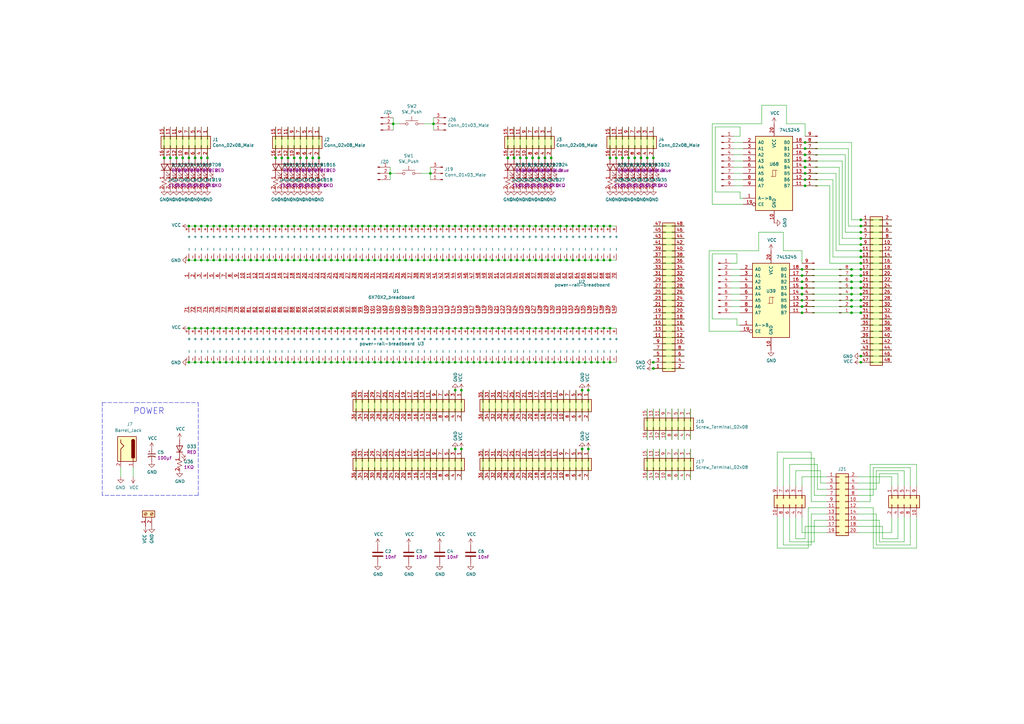
<source format=kicad_sch>
(kicad_sch (version 20211123) (generator eeschema)
  (paper "A3")
  (junction (at 250.19 148.59))
  (junction (at 330.2 76.2))
  (junction (at 250.19 134.62))
  (junction (at 87.63 106.68))
  (junction (at 138.43 148.59))
  (junction (at 238.76 160.02))
  (junction (at 353.06 97.79))
  (junction (at 95.25 92.71))
  (junction (at 130.81 106.68))
  (junction (at 247.65 92.71))
  (junction (at 138.43 92.71))
  (junction (at 209.55 92.71))
  (junction (at 184.15 148.59))
  (junction (at 148.59 148.59))
  (junction (at 161.29 106.68))
  (junction (at 85.09 106.68))
  (junction (at 240.03 106.68))
  (junction (at 123.19 134.62))
  (junction (at 110.49 92.71))
  (junction (at 181.61 92.71))
  (junction (at 196.85 92.71))
  (junction (at 140.97 134.62))
  (junction (at 80.01 106.68))
  (junction (at 186.69 92.71))
  (junction (at 77.47 134.62))
  (junction (at 90.17 134.62))
  (junction (at 328.93 125.73))
  (junction (at 133.35 148.59))
  (junction (at 90.17 92.71))
  (junction (at 110.49 148.59))
  (junction (at 151.13 106.68))
  (junction (at 130.81 64.77))
  (junction (at 196.85 148.59))
  (junction (at 92.71 148.59))
  (junction (at 194.31 134.62))
  (junction (at 176.53 106.68))
  (junction (at 194.31 148.59))
  (junction (at 105.41 92.71))
  (junction (at 232.41 106.68))
  (junction (at 229.87 106.68))
  (junction (at 330.2 66.04))
  (junction (at 213.36 64.77))
  (junction (at 191.77 134.62))
  (junction (at 330.2 73.66))
  (junction (at 189.23 160.02))
  (junction (at 173.99 106.68))
  (junction (at 210.82 64.77))
  (junction (at 186.69 148.59))
  (junction (at 143.51 134.62))
  (junction (at 105.41 106.68))
  (junction (at 173.99 92.71))
  (junction (at 102.87 148.59))
  (junction (at 349.25 113.03))
  (junction (at 179.07 106.68))
  (junction (at 353.06 118.11))
  (junction (at 82.55 92.71))
  (junction (at 161.29 148.59))
  (junction (at 219.71 148.59))
  (junction (at 215.9 64.77))
  (junction (at 349.25 115.57))
  (junction (at 207.01 148.59))
  (junction (at 166.37 92.71))
  (junction (at 209.55 106.68))
  (junction (at 120.65 148.59))
  (junction (at 135.89 148.59))
  (junction (at 69.85 64.77))
  (junction (at 224.79 106.68))
  (junction (at 87.63 134.62))
  (junction (at 95.25 148.59))
  (junction (at 241.3 184.15))
  (junction (at 77.47 148.59))
  (junction (at 107.95 134.62))
  (junction (at 199.39 106.68))
  (junction (at 125.73 92.71))
  (junction (at 161.29 134.62))
  (junction (at 222.25 92.71))
  (junction (at 128.27 148.59))
  (junction (at 176.53 71.12))
  (junction (at 123.19 64.77))
  (junction (at 353.06 115.57))
  (junction (at 353.06 100.33))
  (junction (at 189.23 106.68))
  (junction (at 158.75 106.68))
  (junction (at 166.37 134.62))
  (junction (at 227.33 134.62))
  (junction (at 100.33 148.59))
  (junction (at 163.83 92.71))
  (junction (at 163.83 106.68))
  (junction (at 156.21 92.71))
  (junction (at 214.63 92.71))
  (junction (at 194.31 106.68))
  (junction (at 199.39 92.71))
  (junction (at 349.25 110.49))
  (junction (at 245.11 148.59))
  (junction (at 85.09 92.71))
  (junction (at 113.03 148.59))
  (junction (at 267.97 151.13))
  (junction (at 234.95 92.71))
  (junction (at 118.11 64.77))
  (junction (at 234.95 134.62))
  (junction (at 97.79 134.62))
  (junction (at 176.53 92.71))
  (junction (at 227.33 92.71))
  (junction (at 115.57 64.77))
  (junction (at 204.47 92.71))
  (junction (at 97.79 106.68))
  (junction (at 173.99 134.62))
  (junction (at 189.23 148.59))
  (junction (at 353.06 146.05))
  (junction (at 107.95 92.71))
  (junction (at 90.17 106.68))
  (junction (at 189.23 184.15))
  (junction (at 87.63 148.59))
  (junction (at 151.13 148.59))
  (junction (at 74.93 64.77))
  (junction (at 222.25 106.68))
  (junction (at 217.17 106.68))
  (junction (at 220.98 64.77))
  (junction (at 186.69 106.68))
  (junction (at 92.71 134.62))
  (junction (at 214.63 134.62))
  (junction (at 186.69 160.02))
  (junction (at 234.95 148.59))
  (junction (at 223.52 64.77))
  (junction (at 140.97 106.68))
  (junction (at 85.09 148.59))
  (junction (at 214.63 106.68))
  (junction (at 328.93 123.19))
  (junction (at 226.06 64.77))
  (junction (at 240.03 148.59))
  (junction (at 328.93 120.65))
  (junction (at 179.07 92.71))
  (junction (at 151.13 92.71))
  (junction (at 212.09 134.62))
  (junction (at 260.35 64.77))
  (junction (at 128.27 64.77))
  (junction (at 330.2 71.12))
  (junction (at 113.03 134.62))
  (junction (at 217.17 134.62))
  (junction (at 151.13 134.62))
  (junction (at 161.29 50.8))
  (junction (at 148.59 134.62))
  (junction (at 212.09 148.59))
  (junction (at 207.01 134.62))
  (junction (at 240.03 134.62))
  (junction (at 186.69 134.62))
  (junction (at 201.93 92.71))
  (junction (at 184.15 106.68))
  (junction (at 201.93 106.68))
  (junction (at 353.06 92.71))
  (junction (at 153.67 134.62))
  (junction (at 82.55 148.59))
  (junction (at 328.93 128.27))
  (junction (at 232.41 148.59))
  (junction (at 245.11 106.68))
  (junction (at 328.93 115.57))
  (junction (at 267.97 64.77))
  (junction (at 135.89 92.71))
  (junction (at 212.09 92.71))
  (junction (at 120.65 134.62))
  (junction (at 353.06 95.25))
  (junction (at 87.63 92.71))
  (junction (at 219.71 134.62))
  (junction (at 85.09 64.77))
  (junction (at 102.87 92.71))
  (junction (at 353.06 113.03))
  (junction (at 115.57 92.71))
  (junction (at 242.57 134.62))
  (junction (at 328.93 113.03))
  (junction (at 257.81 64.77))
  (junction (at 217.17 148.59))
  (junction (at 196.85 106.68))
  (junction (at 208.28 64.77))
  (junction (at 237.49 134.62))
  (junction (at 171.45 92.71))
  (junction (at 105.41 134.62))
  (junction (at 349.25 128.27))
  (junction (at 153.67 148.59))
  (junction (at 67.31 64.77))
  (junction (at 171.45 148.59))
  (junction (at 353.06 105.41))
  (junction (at 158.75 134.62))
  (junction (at 247.65 134.62))
  (junction (at 135.89 134.62))
  (junction (at 100.33 134.62))
  (junction (at 143.51 106.68))
  (junction (at 199.39 134.62))
  (junction (at 250.19 64.77))
  (junction (at 125.73 148.59))
  (junction (at 204.47 148.59))
  (junction (at 245.11 134.62))
  (junction (at 107.95 106.68))
  (junction (at 148.59 106.68))
  (junction (at 110.49 106.68))
  (junction (at 186.69 184.15))
  (junction (at 156.21 106.68))
  (junction (at 97.79 92.71))
  (junction (at 349.25 118.11))
  (junction (at 212.09 106.68))
  (junction (at 102.87 106.68))
  (junction (at 353.06 125.73))
  (junction (at 262.89 64.77))
  (junction (at 168.91 148.59))
  (junction (at 353.06 102.87))
  (junction (at 123.19 92.71))
  (junction (at 80.01 148.59))
  (junction (at 227.33 106.68))
  (junction (at 153.67 106.68))
  (junction (at 118.11 92.71))
  (junction (at 130.81 148.59))
  (junction (at 224.79 92.71))
  (junction (at 222.25 134.62))
  (junction (at 191.77 148.59))
  (junction (at 353.06 148.59))
  (junction (at 115.57 106.68))
  (junction (at 130.81 134.62))
  (junction (at 247.65 148.59))
  (junction (at 138.43 134.62))
  (junction (at 204.47 106.68))
  (junction (at 77.47 106.68))
  (junction (at 138.43 106.68))
  (junction (at 163.83 134.62))
  (junction (at 238.76 184.15))
  (junction (at 179.07 134.62))
  (junction (at 353.06 120.65))
  (junction (at 148.59 92.71))
  (junction (at 194.31 92.71))
  (junction (at 113.03 64.77))
  (junction (at 218.44 64.77))
  (junction (at 250.19 92.71))
  (junction (at 181.61 134.62))
  (junction (at 171.45 106.68))
  (junction (at 95.25 134.62))
  (junction (at 353.06 110.49))
  (junction (at 120.65 92.71))
  (junction (at 80.01 64.77))
  (junction (at 201.93 148.59))
  (junction (at 163.83 148.59))
  (junction (at 156.21 148.59))
  (junction (at 353.06 123.19))
  (junction (at 242.57 106.68))
  (junction (at 82.55 64.77))
  (junction (at 143.51 92.71))
  (junction (at 125.73 106.68))
  (junction (at 328.93 118.11))
  (junction (at 229.87 92.71))
  (junction (at 92.71 106.68))
  (junction (at 207.01 106.68))
  (junction (at 349.25 120.65))
  (junction (at 250.19 106.68))
  (junction (at 227.33 148.59))
  (junction (at 209.55 134.62))
  (junction (at 140.97 92.71))
  (junction (at 128.27 134.62))
  (junction (at 349.25 125.73))
  (junction (at 95.25 106.68))
  (junction (at 265.43 64.77))
  (junction (at 118.11 148.59))
  (junction (at 349.25 123.19))
  (junction (at 199.39 148.59))
  (junction (at 189.23 92.71))
  (junction (at 177.8 50.8))
  (junction (at 146.05 134.62))
  (junction (at 252.73 64.77))
  (junction (at 158.75 92.71))
  (junction (at 110.49 134.62))
  (junction (at 100.33 106.68))
  (junction (at 143.51 148.59))
  (junction (at 153.67 92.71))
  (junction (at 234.95 106.68))
  (junction (at 123.19 148.59))
  (junction (at 217.17 92.71))
  (junction (at 229.87 148.59))
  (junction (at 222.25 148.59))
  (junction (at 80.01 92.71))
  (junction (at 237.49 106.68))
  (junction (at 128.27 106.68))
  (junction (at 171.45 134.62))
  (junction (at 237.49 148.59))
  (junction (at 191.77 106.68))
  (junction (at 125.73 64.77))
  (junction (at 353.06 90.17))
  (junction (at 166.37 148.59))
  (junction (at 267.97 148.59))
  (junction (at 209.55 148.59))
  (junction (at 247.65 106.68))
  (junction (at 135.89 106.68))
  (junction (at 120.65 64.77))
  (junction (at 115.57 134.62))
  (junction (at 146.05 92.71))
  (junction (at 181.61 106.68))
  (junction (at 130.81 92.71))
  (junction (at 123.19 106.68))
  (junction (at 113.03 92.71))
  (junction (at 353.06 128.27))
  (junction (at 97.79 148.59))
  (junction (at 161.29 92.71))
  (junction (at 160.02 71.12))
  (junction (at 105.41 148.59))
  (junction (at 330.2 60.96))
  (junction (at 255.27 64.77))
  (junction (at 168.91 106.68))
  (junction (at 82.55 106.68))
  (junction (at 118.11 106.68))
  (junction (at 176.53 148.59))
  (junction (at 184.15 92.71))
  (junction (at 232.41 92.71))
  (junction (at 204.47 134.62))
  (junction (at 330.2 58.42))
  (junction (at 191.77 92.71))
  (junction (at 353.06 107.95))
  (junction (at 90.17 148.59))
  (junction (at 232.41 134.62))
  (junction (at 242.57 92.71))
  (junction (at 330.2 63.5))
  (junction (at 156.21 134.62))
  (junction (at 72.39 64.77))
  (junction (at 207.01 92.71))
  (junction (at 133.35 134.62))
  (junction (at 113.03 106.68))
  (junction (at 77.47 92.71))
  (junction (at 237.49 92.71))
  (junction (at 219.71 92.71))
  (junction (at 85.09 134.62))
  (junction (at 189.23 134.62))
  (junction (at 168.91 92.71))
  (junction (at 181.61 148.59))
  (junction (at 241.3 160.02))
  (junction (at 120.65 106.68))
  (junction (at 77.47 64.77))
  (junction (at 118.11 134.62))
  (junction (at 140.97 148.59))
  (junction (at 184.15 134.62))
  (junction (at 133.35 92.71))
  (junction (at 201.93 134.62))
  (junction (at 102.87 134.62))
  (junction (at 173.99 148.59))
  (junction (at 128.27 92.71))
  (junction (at 245.11 92.71))
  (junction (at 196.85 134.62))
  (junction (at 125.73 134.62))
  (junction (at 229.87 134.62))
  (junction (at 100.33 92.71))
  (junction (at 219.71 106.68))
  (junction (at 328.93 110.49))
  (junction (at 242.57 148.59))
  (junction (at 224.79 134.62))
  (junction (at 176.53 134.62))
  (junction (at 240.03 92.71))
  (junction (at 330.2 68.58))
  (junction (at 146.05 148.59))
  (junction (at 214.63 148.59))
  (junction (at 168.91 134.62))
  (junction (at 179.07 148.59))
  (junction (at 92.71 92.71))
  (junction (at 133.35 106.68))
  (junction (at 158.75 148.59))
  (junction (at 80.01 134.62))
  (junction (at 146.05 106.68))
  (junction (at 82.55 134.62))
  (junction (at 115.57 148.59))
  (junction (at 166.37 106.68))
  (junction (at 107.95 148.59))
  (junction (at 224.79 148.59))
  (wire (pts (xy 95.25 106.68) (xy 97.79 106.68)))
  (wire (pts (xy 194.31 106.68) (xy 196.85 106.68)))
  (wire (pts (xy 85.09 52.07) (xy 85.09 64.77)))
  (wire (pts (xy 90.17 134.62) (xy 87.63 134.62)))
  (wire (pts (xy 80.01 106.68) (xy 82.55 106.68)))
  (wire (pts (xy 102.87 92.71) (xy 100.33 92.71)))
  (wire (pts (xy 163.83 92.71) (xy 161.29 92.71)))
  (wire (pts (xy 186.69 196.85) (xy 186.69 184.15)))
  (wire (pts (xy 177.8 48.26) (xy 177.8 50.8)))
  (wire (pts (xy 252.73 92.71) (xy 250.19 92.71)))
  (wire (pts (xy 189.23 184.15) (xy 189.23 196.85)))
  (wire (pts (xy 353.06 125.73) (xy 349.25 125.73)))
  (wire (pts (xy 270.51 184.15) (xy 270.51 196.85)))
  (wire (pts (xy 105.41 106.68) (xy 107.95 106.68)))
  (wire (pts (xy 130.81 106.68) (xy 133.35 106.68)))
  (wire (pts (xy 172.72 71.12) (xy 176.53 71.12)))
  (wire (pts (xy 223.52 196.85) (xy 223.52 184.15)))
  (wire (pts (xy 227.33 106.68) (xy 229.87 106.68)))
  (wire (pts (xy 179.07 134.62) (xy 176.53 134.62)))
  (wire (pts (xy 245.11 148.59) (xy 247.65 148.59)))
  (wire (pts (xy 312.42 43.18) (xy 322.58 43.18)))
  (wire (pts (xy 208.28 64.77) (xy 208.28 52.07)))
  (wire (pts (xy 339.09 210.82) (xy 332.74 210.82)))
  (wire (pts (xy 209.55 148.59) (xy 212.09 148.59)))
  (wire (pts (xy 118.11 134.62) (xy 115.57 134.62)))
  (wire (pts (xy 146.05 92.71) (xy 143.51 92.71)))
  (wire (pts (xy 260.35 64.77) (xy 260.35 52.07)))
  (wire (pts (xy 209.55 134.62) (xy 207.01 134.62)))
  (wire (pts (xy 214.63 134.62) (xy 212.09 134.62)))
  (wire (pts (xy 120.65 92.71) (xy 118.11 92.71)))
  (wire (pts (xy 280.67 184.15) (xy 280.67 196.85)))
  (wire (pts (xy 186.69 172.72) (xy 186.69 160.02)))
  (wire (pts (xy 218.44 64.77) (xy 218.44 52.07)))
  (wire (pts (xy 347.98 92.71) (xy 353.06 92.71)))
  (wire (pts (xy 332.74 205.74) (xy 339.09 205.74)))
  (wire (pts (xy 344.17 68.58) (xy 330.2 68.58)))
  (wire (pts (xy 358.14 203.2) (xy 358.14 191.77)))
  (wire (pts (xy 115.57 148.59) (xy 118.11 148.59)))
  (wire (pts (xy 267.97 120.65) (xy 280.67 120.65)))
  (wire (pts (xy 171.45 196.85) (xy 171.45 184.15)))
  (wire (pts (xy 153.67 134.62) (xy 151.13 134.62)))
  (wire (pts (xy 300.99 71.12) (xy 304.8 71.12)))
  (wire (pts (xy 234.95 148.59) (xy 237.49 148.59)))
  (wire (pts (xy 283.21 196.85) (xy 283.21 184.15)))
  (wire (pts (xy 184.15 92.71) (xy 181.61 92.71)))
  (wire (pts (xy 85.09 134.62) (xy 82.55 134.62)))
  (wire (pts (xy 365.76 95.25) (xy 353.06 95.25)))
  (wire (pts (xy 267.97 143.51) (xy 280.67 143.51)))
  (wire (pts (xy 105.41 148.59) (xy 107.95 148.59)))
  (wire (pts (xy 311.15 102.87) (xy 311.15 95.25)))
  (wire (pts (xy 80.01 148.59) (xy 82.55 148.59)))
  (wire (pts (xy 200.66 160.02) (xy 200.66 172.72)))
  (wire (pts (xy 138.43 134.62) (xy 135.89 134.62)))
  (wire (pts (xy 311.15 95.25) (xy 321.31 95.25)))
  (wire (pts (xy 166.37 148.59) (xy 168.91 148.59)))
  (wire (pts (xy 353.06 113.03) (xy 365.76 113.03)))
  (wire (pts (xy 201.93 106.68) (xy 204.47 106.68)))
  (wire (pts (xy 85.09 148.59) (xy 87.63 148.59)))
  (wire (pts (xy 328.93 199.39) (xy 328.93 195.58)))
  (wire (pts (xy 267.97 148.59) (xy 280.67 148.59)))
  (wire (pts (xy 176.53 71.12) (xy 176.53 73.66)))
  (wire (pts (xy 252.73 52.07) (xy 252.73 64.77)))
  (wire (pts (xy 179.07 106.68) (xy 181.61 106.68)))
  (wire (pts (xy 300.99 66.04) (xy 304.8 66.04)))
  (wire (pts (xy 226.06 184.15) (xy 226.06 196.85)))
  (wire (pts (xy 168.91 92.71) (xy 166.37 92.71)))
  (wire (pts (xy 125.73 52.07) (xy 125.73 64.77)))
  (wire (pts (xy 247.65 106.68) (xy 250.19 106.68)))
  (wire (pts (xy 353.06 102.87) (xy 365.76 102.87)))
  (wire (pts (xy 212.09 148.59) (xy 214.63 148.59)))
  (wire (pts (xy 191.77 92.71) (xy 189.23 92.71)))
  (wire (pts (xy 125.73 106.68) (xy 128.27 106.68)))
  (wire (pts (xy 217.17 92.71) (xy 214.63 92.71)))
  (wire (pts (xy 353.06 146.05) (xy 365.76 146.05)))
  (wire (pts (xy 219.71 92.71) (xy 217.17 92.71)))
  (wire (pts (xy 184.15 134.62) (xy 181.61 134.62)))
  (wire (pts (xy 344.17 100.33) (xy 344.17 68.58)))
  (wire (pts (xy 334.01 222.25) (xy 334.01 213.36)))
  (wire (pts (xy 92.71 106.68) (xy 95.25 106.68)))
  (wire (pts (xy 107.95 134.62) (xy 105.41 134.62)))
  (wire (pts (xy 102.87 148.59) (xy 105.41 148.59)))
  (wire (pts (xy 267.97 52.07) (xy 267.97 64.77)))
  (wire (pts (xy 201.93 92.71) (xy 199.39 92.71)))
  (wire (pts (xy 82.55 148.59) (xy 85.09 148.59)))
  (wire (pts (xy 110.49 92.71) (xy 107.95 92.71)))
  (wire (pts (xy 171.45 148.59) (xy 173.99 148.59)))
  (wire (pts (xy 349.25 113.03) (xy 328.93 113.03)))
  (wire (pts (xy 280.67 118.11) (xy 267.97 118.11)))
  (wire (pts (xy 189.23 92.71) (xy 186.69 92.71)))
  (wire (pts (xy 255.27 64.77) (xy 255.27 52.07)))
  (wire (pts (xy 321.31 95.25) (xy 321.31 102.87)))
  (wire (pts (xy 113.03 148.59) (xy 115.57 148.59)))
  (wire (pts (xy 365.76 100.33) (xy 353.06 100.33)))
  (wire (pts (xy 299.72 118.11) (xy 303.53 118.11)))
  (wire (pts (xy 181.61 172.72) (xy 181.61 160.02)))
  (wire (pts (xy 92.71 92.71) (xy 90.17 92.71)))
  (wire (pts (xy 292.1 130.81) (xy 302.26 130.81)))
  (wire (pts (xy 361.95 215.9) (xy 351.79 215.9)))
  (polyline (pts (xy 41.91 165.1) (xy 81.28 165.1)))
  (wire (pts (xy 189.23 148.59) (xy 191.77 148.59)))
  (wire (pts (xy 90.17 148.59) (xy 92.71 148.59)))
  (wire (pts (xy 375.92 199.39) (xy 375.92 190.5)))
  (wire (pts (xy 365.76 120.65) (xy 353.06 120.65)))
  (wire (pts (xy 353.06 97.79) (xy 365.76 97.79)))
  (wire (pts (xy 373.38 223.52) (xy 359.41 223.52)))
  (wire (pts (xy 97.79 134.62) (xy 95.25 134.62)))
  (wire (pts (xy 222.25 106.68) (xy 224.79 106.68)))
  (wire (pts (xy 215.9 52.07) (xy 215.9 64.77)))
  (wire (pts (xy 135.89 134.62) (xy 133.35 134.62)))
  (wire (pts (xy 302.26 130.81) (xy 302.26 133.35)))
  (wire (pts (xy 237.49 148.59) (xy 240.03 148.59)))
  (wire (pts (xy 267.97 140.97) (xy 280.67 140.97)))
  (wire (pts (xy 321.31 102.87) (xy 328.93 102.87)))
  (wire (pts (xy 205.74 160.02) (xy 205.74 172.72)))
  (wire (pts (xy 49.53 195.58) (xy 49.53 191.77)))
  (wire (pts (xy 92.71 134.62) (xy 90.17 134.62)))
  (wire (pts (xy 328.93 128.27) (xy 349.25 128.27)))
  (wire (pts (xy 353.06 120.65) (xy 349.25 120.65)))
  (wire (pts (xy 115.57 92.71) (xy 113.03 92.71)))
  (wire (pts (xy 234.95 106.68) (xy 237.49 106.68)))
  (wire (pts (xy 148.59 148.59) (xy 151.13 148.59)))
  (wire (pts (xy 232.41 134.62) (xy 229.87 134.62)))
  (wire (pts (xy 77.47 106.68) (xy 80.01 106.68)))
  (wire (pts (xy 323.85 199.39) (xy 323.85 190.5)))
  (wire (pts (xy 283.21 180.34) (xy 283.21 167.64)))
  (wire (pts (xy 80.01 92.71) (xy 77.47 92.71)))
  (wire (pts (xy 194.31 148.59) (xy 196.85 148.59)))
  (wire (pts (xy 203.2 172.72) (xy 203.2 160.02)))
  (wire (pts (xy 194.31 92.71) (xy 191.77 92.71)))
  (wire (pts (xy 328.93 115.57) (xy 349.25 115.57)))
  (wire (pts (xy 227.33 148.59) (xy 229.87 148.59)))
  (wire (pts (xy 123.19 92.71) (xy 120.65 92.71)))
  (wire (pts (xy 176.53 148.59) (xy 179.07 148.59)))
  (wire (pts (xy 146.05 106.68) (xy 148.59 106.68)))
  (wire (pts (xy 90.17 92.71) (xy 87.63 92.71)))
  (wire (pts (xy 368.3 194.31) (xy 360.68 194.31)))
  (wire (pts (xy 224.79 148.59) (xy 227.33 148.59)))
  (wire (pts (xy 360.68 222.25) (xy 370.84 222.25)))
  (wire (pts (xy 334.01 187.96) (xy 321.31 187.96)))
  (polyline (pts (xy 41.91 203.2) (xy 41.91 165.1)))
  (wire (pts (xy 303.53 110.49) (xy 299.72 110.49)))
  (wire (pts (xy 219.71 106.68) (xy 222.25 106.68)))
  (wire (pts (xy 365.76 143.51) (xy 353.06 143.51)))
  (wire (pts (xy 353.06 107.95) (xy 365.76 107.95)))
  (wire (pts (xy 120.65 148.59) (xy 123.19 148.59)))
  (wire (pts (xy 328.93 110.49) (xy 349.25 110.49)))
  (wire (pts (xy 100.33 92.71) (xy 97.79 92.71)))
  (wire (pts (xy 181.61 148.59) (xy 184.15 148.59)))
  (wire (pts (xy 105.41 92.71) (xy 102.87 92.71)))
  (wire (pts (xy 95.25 134.62) (xy 92.71 134.62)))
  (wire (pts (xy 318.77 199.39) (xy 318.77 185.42)))
  (wire (pts (xy 267.97 100.33) (xy 280.67 100.33)))
  (wire (pts (xy 77.47 64.77) (xy 77.47 52.07)))
  (wire (pts (xy 240.03 92.71) (xy 237.49 92.71)))
  (wire (pts (xy 339.09 215.9) (xy 330.2 215.9)))
  (wire (pts (xy 328.93 212.09) (xy 328.93 218.44)))
  (wire (pts (xy 368.3 199.39) (xy 368.3 194.31)))
  (wire (pts (xy 179.07 160.02) (xy 179.07 172.72)))
  (wire (pts (xy 173.99 184.15) (xy 173.99 196.85)))
  (wire (pts (xy 151.13 148.59) (xy 153.67 148.59)))
  (wire (pts (xy 349.25 118.11) (xy 328.93 118.11)))
  (wire (pts (xy 290.83 102.87) (xy 311.15 102.87)))
  (wire (pts (xy 293.37 78.74) (xy 293.37 52.07)))
  (wire (pts (xy 204.47 92.71) (xy 201.93 92.71)))
  (wire (pts (xy 267.97 105.41) (xy 280.67 105.41)))
  (wire (pts (xy 328.93 218.44) (xy 339.09 218.44)))
  (wire (pts (xy 275.59 167.64) (xy 275.59 180.34)))
  (wire (pts (xy 176.53 196.85) (xy 176.53 184.15)))
  (wire (pts (xy 186.69 106.68) (xy 189.23 106.68)))
  (wire (pts (xy 358.14 208.28) (xy 358.14 224.79)))
  (wire (pts (xy 199.39 134.62) (xy 196.85 134.62)))
  (wire (pts (xy 161.29 50.8) (xy 161.29 48.26)))
  (wire (pts (xy 228.6 196.85) (xy 228.6 184.15)))
  (wire (pts (xy 365.76 212.09) (xy 365.76 218.44)))
  (wire (pts (xy 245.11 92.71) (xy 242.57 92.71)))
  (wire (pts (xy 138.43 92.71) (xy 135.89 92.71)))
  (wire (pts (xy 146.05 148.59) (xy 148.59 148.59)))
  (wire (pts (xy 173.99 148.59) (xy 176.53 148.59)))
  (wire (pts (xy 213.36 196.85) (xy 213.36 184.15)))
  (wire (pts (xy 118.11 148.59) (xy 120.65 148.59)))
  (wire (pts (xy 95.25 148.59) (xy 97.79 148.59)))
  (wire (pts (xy 280.67 133.35) (xy 267.97 133.35)))
  (wire (pts (xy 208.28 172.72) (xy 208.28 160.02)))
  (wire (pts (xy 125.73 134.62) (xy 123.19 134.62)))
  (wire (pts (xy 247.65 148.59) (xy 250.19 148.59)))
  (wire (pts (xy 229.87 106.68) (xy 232.41 106.68)))
  (wire (pts (xy 292.1 83.82) (xy 292.1 50.8)))
  (wire (pts (xy 224.79 92.71) (xy 222.25 92.71)))
  (wire (pts (xy 166.37 134.62) (xy 163.83 134.62)))
  (wire (pts (xy 143.51 134.62) (xy 140.97 134.62)))
  (wire (pts (xy 82.55 106.68) (xy 85.09 106.68)))
  (wire (pts (xy 232.41 106.68) (xy 234.95 106.68)))
  (wire (pts (xy 280.67 113.03) (xy 267.97 113.03)))
  (wire (pts (xy 222.25 92.71) (xy 219.71 92.71)))
  (wire (pts (xy 222.25 148.59) (xy 224.79 148.59)))
  (wire (pts (xy 360.68 198.12) (xy 351.79 198.12)))
  (wire (pts (xy 242.57 134.62) (xy 240.03 134.62)))
  (wire (pts (xy 300.99 60.96) (xy 304.8 60.96)))
  (wire (pts (xy 353.06 123.19) (xy 365.76 123.19)))
  (wire (pts (xy 250.19 64.77) (xy 250.19 52.07)))
  (wire (pts (xy 250.19 134.62) (xy 247.65 134.62)))
  (wire (pts (xy 360.68 194.31) (xy 360.68 198.12)))
  (wire (pts (xy 217.17 134.62) (xy 214.63 134.62)))
  (wire (pts (xy 331.47 208.28) (xy 339.09 208.28)))
  (wire (pts (xy 151.13 172.72) (xy 151.13 160.02)))
  (wire (pts (xy 54.61 195.58) (xy 54.61 191.77)))
  (wire (pts (xy 196.85 148.59) (xy 199.39 148.59)))
  (wire (pts (xy 349.25 123.19) (xy 353.06 123.19)))
  (wire (pts (xy 176.53 172.72) (xy 176.53 160.02)))
  (wire (pts (xy 215.9 160.02) (xy 215.9 172.72)))
  (wire (pts (xy 207.01 148.59) (xy 209.55 148.59)))
  (wire (pts (xy 247.65 92.71) (xy 245.11 92.71)))
  (wire (pts (xy 143.51 92.71) (xy 140.97 92.71)))
  (wire (pts (xy 360.68 213.36) (xy 360.68 222.25)))
  (wire (pts (xy 278.13 180.34) (xy 278.13 167.64)))
  (wire (pts (xy 229.87 148.59) (xy 232.41 148.59)))
  (wire (pts (xy 322.58 43.18) (xy 322.58 50.8)))
  (wire (pts (xy 303.53 128.27) (xy 299.72 128.27)))
  (wire (pts (xy 234.95 92.71) (xy 232.41 92.71)))
  (wire (pts (xy 140.97 92.71) (xy 138.43 92.71)))
  (wire (pts (xy 209.55 106.68) (xy 212.09 106.68)))
  (wire (pts (xy 267.97 196.85) (xy 267.97 184.15)))
  (wire (pts (xy 365.76 125.73) (xy 353.06 125.73)))
  (wire (pts (xy 212.09 106.68) (xy 214.63 106.68)))
  (wire (pts (xy 302.26 104.14) (xy 302.26 107.95)))
  (wire (pts (xy 303.53 78.74) (xy 303.53 81.28)))
  (wire (pts (xy 179.07 184.15) (xy 179.07 196.85)))
  (wire (pts (xy 326.39 220.98) (xy 326.39 212.09)))
  (wire (pts (xy 168.91 134.62) (xy 166.37 134.62)))
  (wire (pts (xy 280.67 128.27) (xy 267.97 128.27)))
  (wire (pts (xy 163.83 106.68) (xy 166.37 106.68)))
  (wire (pts (xy 245.11 134.62) (xy 242.57 134.62)))
  (wire (pts (xy 346.71 63.5) (xy 330.2 63.5)))
  (wire (pts (xy 156.21 148.59) (xy 158.75 148.59)))
  (wire (pts (xy 90.17 106.68) (xy 92.71 106.68)))
  (wire (pts (xy 238.76 172.72) (xy 238.76 160.02)))
  (wire (pts (xy 212.09 92.71) (xy 209.55 92.71)))
  (wire (pts (xy 208.28 196.85) (xy 208.28 184.15)))
  (wire (pts (xy 171.45 172.72) (xy 171.45 160.02)))
  (wire (pts (xy 80.01 134.62) (xy 77.47 134.62)))
  (wire (pts (xy 323.85 190.5) (xy 335.28 190.5)))
  (wire (pts (xy 234.95 134.62) (xy 232.41 134.62)))
  (wire (pts (xy 87.63 134.62) (xy 85.09 134.62)))
  (wire (pts (xy 115.57 52.07) (xy 115.57 64.77)))
  (wire (pts (xy 332.74 210.82) (xy 332.74 223.52)))
  (wire (pts (xy 323.85 212.09) (xy 323.85 222.25)))
  (wire (pts (xy 242.57 148.59) (xy 245.11 148.59)))
  (wire (pts (xy 359.41 193.04) (xy 359.41 200.66)))
  (wire (pts (xy 100.33 134.62) (xy 97.79 134.62)))
  (wire (pts (xy 207.01 92.71) (xy 204.47 92.71)))
  (wire (pts (xy 179.07 148.59) (xy 181.61 148.59)))
  (wire (pts (xy 370.84 193.04) (xy 359.41 193.04)))
  (wire (pts (xy 133.35 134.62) (xy 130.81 134.62)))
  (wire (pts (xy 210.82 160.02) (xy 210.82 172.72)))
  (wire (pts (xy 365.76 148.59) (xy 353.06 148.59)))
  (wire (pts (xy 303.53 55.88) (xy 300.99 55.88)))
  (wire (pts (xy 113.03 92.71) (xy 110.49 92.71)))
  (wire (pts (xy 210.82 52.07) (xy 210.82 64.77)))
  (wire (pts (xy 353.06 90.17) (xy 349.25 90.17)))
  (wire (pts (xy 153.67 148.59) (xy 156.21 148.59)))
  (wire (pts (xy 280.67 146.05) (xy 267.97 146.05)))
  (wire (pts (xy 148.59 160.02) (xy 148.59 172.72)))
  (wire (pts (xy 353.06 138.43) (xy 365.76 138.43)))
  (wire (pts (xy 342.9 71.12) (xy 342.9 102.87)))
  (wire (pts (xy 334.01 213.36) (xy 339.09 213.36)))
  (wire (pts (xy 168.91 106.68) (xy 171.45 106.68)))
  (wire (pts (xy 67.31 64.77) (xy 67.31 52.07)))
  (wire (pts (xy 349.25 90.17) (xy 349.25 58.42)))
  (wire (pts (xy 356.87 190.5) (xy 356.87 205.74)))
  (wire (pts (xy 130.81 92.71) (xy 128.27 92.71)))
  (wire (pts (xy 138.43 106.68) (xy 140.97 106.68)))
  (wire (pts (xy 375.92 190.5) (xy 356.87 190.5)))
  (wire (pts (xy 158.75 184.15) (xy 158.75 196.85)))
  (wire (pts (xy 257.81 52.07) (xy 257.81 64.77)))
  (wire (pts (xy 218.44 196.85) (xy 218.44 184.15)))
  (wire (pts (xy 176.53 68.58) (xy 176.53 71.12)))
  (wire (pts (xy 219.71 134.62) (xy 217.17 134.62)))
  (wire (pts (xy 353.06 100.33) (xy 344.17 100.33)))
  (wire (pts (xy 130.81 52.07) (xy 130.81 64.77)))
  (wire (pts (xy 280.67 167.64) (xy 280.67 180.34)))
  (wire (pts (xy 143.51 148.59) (xy 146.05 148.59)))
  (wire (pts (xy 203.2 196.85) (xy 203.2 184.15)))
  (wire (pts (xy 201.93 148.59) (xy 204.47 148.59)))
  (wire (pts (xy 196.85 134.62) (xy 194.31 134.62)))
  (wire (pts (xy 158.75 134.62) (xy 156.21 134.62)))
  (wire (pts (xy 151.13 92.71) (xy 148.59 92.71)))
  (wire (pts (xy 330.2 76.2) (xy 340.36 76.2)))
  (wire (pts (xy 204.47 106.68) (xy 207.01 106.68)))
  (wire (pts (xy 176.53 92.71) (xy 173.99 92.71)))
  (wire (pts (xy 158.75 106.68) (xy 161.29 106.68)))
  (wire (pts (xy 120.65 106.68) (xy 123.19 106.68)))
  (wire (pts (xy 153.67 160.02) (xy 153.67 172.72)))
  (wire (pts (xy 330.2 71.12) (xy 342.9 71.12)))
  (wire (pts (xy 171.45 92.71) (xy 168.91 92.71)))
  (wire (pts (xy 138.43 148.59) (xy 140.97 148.59)))
  (wire (pts (xy 303.53 120.65) (xy 299.72 120.65)))
  (wire (pts (xy 299.72 125.73) (xy 303.53 125.73)))
  (wire (pts (xy 110.49 148.59) (xy 113.03 148.59)))
  (wire (pts (xy 334.01 203.2) (xy 334.01 187.96)))
  (wire (pts (xy 273.05 196.85) (xy 273.05 184.15)))
  (wire (pts (xy 166.37 106.68) (xy 168.91 106.68)))
  (wire (pts (xy 189.23 106.68) (xy 191.77 106.68)))
  (wire (pts (xy 161.29 148.59) (xy 163.83 148.59)))
  (wire (pts (xy 241.3 160.02) (xy 241.3 172.72)))
  (polyline (pts (xy 81.28 165.1) (xy 81.28 203.2)))
  (wire (pts (xy 189.23 134.62) (xy 186.69 134.62)))
  (wire (pts (xy 146.05 160.02) (xy 146.05 172.72)))
  (wire (pts (xy 330.2 60.96) (xy 347.98 60.96)))
  (wire (pts (xy 163.83 160.02) (xy 163.83 172.72)))
  (wire (pts (xy 128.27 148.59) (xy 130.81 148.59)))
  (wire (pts (xy 250.19 92.71) (xy 247.65 92.71)))
  (wire (pts (xy 252.73 134.62) (xy 250.19 134.62)))
  (wire (pts (xy 166.37 172.72) (xy 166.37 160.02)))
  (wire (pts (xy 107.95 92.71) (xy 105.41 92.71)))
  (wire (pts (xy 349.25 123.19) (xy 328.93 123.19)))
  (wire (pts (xy 179.07 92.71) (xy 176.53 92.71)))
  (wire (pts (xy 173.99 92.71) (xy 171.45 92.71)))
  (wire (pts (xy 326.39 193.04) (xy 336.55 193.04)))
  (wire (pts (xy 171.45 106.68) (xy 173.99 106.68)))
  (wire (pts (xy 265.43 64.77) (xy 265.43 52.07)))
  (wire (pts (xy 184.15 184.15) (xy 184.15 196.85)))
  (wire (pts (xy 97.79 148.59) (xy 100.33 148.59)))
  (wire (pts (xy 340.36 107.95) (xy 353.06 107.95)))
  (wire (pts (xy 351.79 203.2) (xy 358.14 203.2)))
  (wire (pts (xy 353.06 128.27) (xy 365.76 128.27)))
  (wire (pts (xy 312.42 50.8) (xy 312.42 43.18)))
  (wire (pts (xy 365.76 218.44) (xy 351.79 218.44)))
  (wire (pts (xy 356.87 205.74) (xy 351.79 205.74)))
  (wire (pts (xy 133.35 106.68) (xy 135.89 106.68)))
  (wire (pts (xy 161.29 134.62) (xy 158.75 134.62)))
  (wire (pts (xy 318.77 185.42) (xy 332.74 185.42)))
  (wire (pts (xy 184.15 106.68) (xy 186.69 106.68)))
  (wire (pts (xy 353.06 115.57) (xy 349.25 115.57)))
  (wire (pts (xy 181.61 92.71) (xy 179.07 92.71)))
  (wire (pts (xy 214.63 106.68) (xy 217.17 106.68)))
  (wire (pts (xy 156.21 172.72) (xy 156.21 160.02)))
  (wire (pts (xy 214.63 148.59) (xy 217.17 148.59)))
  (wire (pts (xy 331.47 224.79) (xy 331.47 208.28)))
  (wire (pts (xy 205.74 184.15) (xy 205.74 196.85)))
  (wire (pts (xy 302.26 133.35) (xy 303.53 133.35)))
  (wire (pts (xy 359.41 200.66) (xy 351.79 200.66)))
  (wire (pts (xy 80.01 52.07) (xy 80.01 64.77)))
  (wire (pts (xy 151.13 134.62) (xy 148.59 134.62)))
  (wire (pts (xy 181.61 196.85) (xy 181.61 184.15)))
  (wire (pts (xy 335.28 190.5) (xy 335.28 200.66)))
  (wire (pts (xy 204.47 148.59) (xy 207.01 148.59)))
  (wire (pts (xy 87.63 106.68) (xy 90.17 106.68)))
  (wire (pts (xy 135.89 92.71) (xy 133.35 92.71)))
  (wire (pts (xy 365.76 130.81) (xy 353.06 130.81)))
  (wire (pts (xy 173.99 160.02) (xy 173.99 172.72)))
  (wire (pts (xy 85.09 92.71) (xy 82.55 92.71)))
  (wire (pts (xy 345.44 66.04) (xy 345.44 97.79)))
  (wire (pts (xy 335.28 200.66) (xy 339.09 200.66)))
  (wire (pts (xy 341.63 73.66) (xy 330.2 73.66)))
  (wire (pts (xy 365.76 199.39) (xy 365.76 195.58)))
  (wire (pts (xy 236.22 160.02) (xy 236.22 172.72)))
  (wire (pts (xy 267.97 130.81) (xy 280.67 130.81)))
  (wire (pts (xy 173.99 134.62) (xy 171.45 134.62)))
  (wire (pts (xy 233.68 172.72) (xy 233.68 160.02)))
  (wire (pts (xy 153.67 92.71) (xy 151.13 92.71)))
  (wire (pts (xy 191.77 148.59) (xy 194.31 148.59)))
  (wire (pts (xy 102.87 134.62) (xy 100.33 134.62)))
  (wire (pts (xy 250.19 148.59) (xy 252.73 148.59)))
  (wire (pts (xy 69.85 52.07) (xy 69.85 64.77)))
  (wire (pts (xy 326.39 199.39) (xy 326.39 193.04)))
  (wire (pts (xy 160.02 71.12) (xy 160.02 73.66)))
  (wire (pts (xy 339.09 203.2) (xy 334.01 203.2)))
  (wire (pts (xy 82.55 134.62) (xy 80.01 134.62)))
  (wire (pts (xy 240.03 134.62) (xy 237.49 134.62)))
  (wire (pts (xy 220.98 184.15) (xy 220.98 196.85)))
  (wire (pts (xy 200.66 184.15) (xy 200.66 196.85)))
  (wire (pts (xy 156.21 134.62) (xy 153.67 134.62)))
  (wire (pts (xy 241.3 184.15) (xy 241.3 196.85)))
  (wire (pts (xy 293.37 52.07) (xy 303.53 52.07)))
  (wire (pts (xy 342.9 102.87) (xy 353.06 102.87)))
  (wire (pts (xy 158.75 160.02) (xy 158.75 172.72)))
  (wire (pts (xy 347.98 60.96) (xy 347.98 92.71)))
  (wire (pts (xy 232.41 148.59) (xy 234.95 148.59)))
  (wire (pts (xy 229.87 92.71) (xy 227.33 92.71)))
  (wire (pts (xy 330.2 215.9) (xy 330.2 220.98)))
  (wire (pts (xy 323.85 222.25) (xy 334.01 222.25)))
  (wire (pts (xy 123.19 106.68) (xy 125.73 106.68)))
  (wire (pts (xy 74.93 52.07) (xy 74.93 64.77)))
  (wire (pts (xy 373.38 191.77) (xy 373.38 199.39)))
  (wire (pts (xy 130.81 134.62) (xy 128.27 134.62)))
  (wire (pts (xy 349.25 58.42) (xy 330.2 58.42)))
  (wire (pts (xy 191.77 106.68) (xy 194.31 106.68)))
  (wire (pts (xy 280.67 92.71) (xy 267.97 92.71)))
  (wire (pts (xy 242.57 106.68) (xy 245.11 106.68)))
  (wire (pts (xy 280.67 102.87) (xy 267.97 102.87)))
  (wire (pts (xy 303.53 135.89) (xy 290.83 135.89)))
  (wire (pts (xy 140.97 106.68) (xy 143.51 106.68)))
  (wire (pts (xy 173.99 50.8) (xy 177.8 50.8)))
  (wire (pts (xy 146.05 134.62) (xy 143.51 134.62)))
  (wire (pts (xy 186.69 134.62) (xy 184.15 134.62)))
  (wire (pts (xy 300.99 73.66) (xy 304.8 73.66)))
  (wire (pts (xy 349.25 113.03) (xy 353.06 113.03)))
  (wire (pts (xy 353.06 105.41) (xy 341.63 105.41)))
  (wire (pts (xy 184.15 160.02) (xy 184.15 172.72)))
  (wire (pts (xy 85.09 106.68) (xy 87.63 106.68)))
  (wire (pts (xy 123.19 134.62) (xy 120.65 134.62)))
  (wire (pts (xy 196.85 106.68) (xy 199.39 106.68)))
  (wire (pts (xy 168.91 148.59) (xy 171.45 148.59)))
  (wire (pts (xy 224.79 106.68) (xy 227.33 106.68)))
  (wire (pts (xy 72.39 64.77) (xy 72.39 52.07)))
  (wire (pts (xy 120.65 134.62) (xy 118.11 134.62)))
  (wire (pts (xy 368.3 220.98) (xy 361.95 220.98)))
  (wire (pts (xy 227.33 134.62) (xy 224.79 134.62)))
  (wire (pts (xy 365.76 135.89) (xy 353.06 135.89)))
  (wire (pts (xy 113.03 64.77) (xy 113.03 52.07)))
  (wire (pts (xy 148.59 106.68) (xy 151.13 106.68)))
  (wire (pts (xy 280.67 138.43) (xy 267.97 138.43)))
  (wire (pts (xy 210.82 184.15) (xy 210.82 196.85)))
  (wire (pts (xy 213.36 172.72) (xy 213.36 160.02)))
  (wire (pts (xy 328.93 125.73) (xy 349.25 125.73)))
  (wire (pts (xy 207.01 134.62) (xy 204.47 134.62)))
  (wire (pts (xy 148.59 134.62) (xy 146.05 134.62)))
  (wire (pts (xy 328.93 195.58) (xy 339.09 195.58)))
  (wire (pts (xy 359.41 210.82) (xy 351.79 210.82)))
  (wire (pts (xy 115.57 106.68) (xy 118.11 106.68)))
  (wire (pts (xy 177.8 50.8) (xy 177.8 53.34)))
  (wire (pts (xy 128.27 92.71) (xy 125.73 92.71)))
  (wire (pts (xy 233.68 196.85) (xy 233.68 184.15)))
  (wire (pts (xy 304.8 83.82) (xy 292.1 83.82)))
  (wire (pts (xy 265.43 184.15) (xy 265.43 196.85)))
  (wire (pts (xy 135.89 106.68) (xy 138.43 106.68)))
  (wire (pts (xy 365.76 105.41) (xy 353.06 105.41)))
  (wire (pts (xy 365.76 90.17) (xy 353.06 90.17)))
  (wire (pts (xy 163.83 184.15) (xy 163.83 196.85)))
  (wire (pts (xy 218.44 172.72) (xy 218.44 160.02)))
  (wire (pts (xy 163.83 134.62) (xy 161.29 134.62)))
  (wire (pts (xy 368.3 212.09) (xy 368.3 220.98)))
  (wire (pts (xy 304.8 68.58) (xy 300.99 68.58)))
  (wire (pts (xy 204.47 134.62) (xy 201.93 134.62)))
  (wire (pts (xy 318.77 224.79) (xy 331.47 224.79)))
  (wire (pts (xy 237.49 92.71) (xy 234.95 92.71)))
  (wire (pts (xy 222.25 134.62) (xy 219.71 134.62)))
  (wire (pts (xy 299.72 113.03) (xy 303.53 113.03)))
  (wire (pts (xy 231.14 184.15) (xy 231.14 196.85)))
  (wire (pts (xy 107.95 106.68) (xy 110.49 106.68)))
  (wire (pts (xy 237.49 134.62) (xy 234.95 134.62)))
  (wire (pts (xy 231.14 160.02) (xy 231.14 172.72)))
  (wire (pts (xy 87.63 92.71) (xy 85.09 92.71)))
  (wire (pts (xy 353.06 95.25) (xy 346.71 95.25)))
  (wire (pts (xy 198.12 160.02) (xy 198.12 172.72)))
  (wire (pts (xy 160.02 71.12) (xy 160.02 68.58)))
  (wire (pts (xy 140.97 134.62) (xy 138.43 134.62)))
  (wire (pts (xy 87.63 148.59) (xy 90.17 148.59)))
  (wire (pts (xy 214.63 92.71) (xy 212.09 92.71)))
  (wire (pts (xy 330.2 220.98) (xy 326.39 220.98)))
  (wire (pts (xy 280.67 151.13) (xy 267.97 151.13)))
  (wire (pts (xy 135.89 148.59) (xy 138.43 148.59)))
  (wire (pts (xy 143.51 106.68) (xy 146.05 106.68)))
  (wire (pts (xy 153.67 106.68) (xy 156.21 106.68)))
  (wire (pts (xy 236.22 184.15) (xy 236.22 196.85)))
  (wire (pts (xy 171.45 134.62) (xy 168.91 134.62)))
  (wire (pts (xy 340.36 76.2) (xy 340.36 107.95)))
  (wire (pts (xy 245.11 106.68) (xy 247.65 106.68)))
  (wire (pts (xy 267.97 110.49) (xy 280.67 110.49)))
  (wire (pts (xy 97.79 92.71) (xy 95.25 92.71)))
  (wire (pts (xy 262.89 52.07) (xy 262.89 64.77)))
  (wire (pts (xy 267.97 95.25) (xy 280.67 95.25)))
  (wire (pts (xy 133.35 148.59) (xy 135.89 148.59)))
  (wire (pts (xy 176.53 106.68) (xy 179.07 106.68)))
  (wire (pts (xy 328.93 120.65) (xy 349.25 120.65)))
  (wire (pts (xy 184.15 148.59) (xy 186.69 148.59)))
  (polyline (pts (xy 81.28 203.2) (xy 41.91 203.2)))
  (wire (pts (xy 299.72 123.19) (xy 303.53 123.19)))
  (wire (pts (xy 163.83 148.59) (xy 166.37 148.59)))
  (wire (pts (xy 102.87 106.68) (xy 105.41 106.68)))
  (wire (pts (xy 351.79 208.28) (xy 358.14 208.28)))
  (wire (pts (xy 365.76 115.57) (xy 353.06 115.57)))
  (wire (pts (xy 115.57 134.62) (xy 113.03 134.62)))
  (wire (pts (xy 353.06 133.35) (xy 365.76 133.35)))
  (wire (pts (xy 370.84 222.25) (xy 370.84 212.09)))
  (wire (pts (xy 267.97 115.57) (xy 280.67 115.57)))
  (wire (pts (xy 223.52 64.77) (xy 223.52 52.07)))
  (wire (pts (xy 156.21 92.71) (xy 153.67 92.71)))
  (wire (pts (xy 123.19 64.77) (xy 123.19 52.07)))
  (wire (pts (xy 229.87 134.62) (xy 227.33 134.62)))
  (wire (pts (xy 148.59 92.71) (xy 146.05 92.71)))
  (wire (pts (xy 247.65 134.62) (xy 245.11 134.62)))
  (wire (pts (xy 77.47 148.59) (xy 80.01 148.59)))
  (wire (pts (xy 156.21 106.68) (xy 158.75 106.68)))
  (wire (pts (xy 267.97 180.34) (xy 267.97 167.64)))
  (wire (pts (xy 267.97 125.73) (xy 280.67 125.73)))
  (wire (pts (xy 161.29 92.71) (xy 158.75 92.71)))
  (wire (pts (xy 207.01 106.68) (xy 209.55 106.68)))
  (wire (pts (xy 118.11 64.77) (xy 118.11 52.07)))
  (wire (pts (xy 151.13 196.85) (xy 151.13 184.15)))
  (wire (pts (xy 237.49 106.68) (xy 240.03 106.68)))
  (wire (pts (xy 370.84 199.39) (xy 370.84 193.04)))
  (wire (pts (xy 242.57 92.71) (xy 240.03 92.71)))
  (wire (pts (xy 166.37 92.71) (xy 163.83 92.71)))
  (wire (pts (xy 223.52 172.72) (xy 223.52 160.02)))
  (wire (pts (xy 196.85 92.71) (xy 194.31 92.71)))
  (wire (pts (xy 82.55 92.71) (xy 80.01 92.71)))
  (wire (pts (xy 290.83 135.89) (xy 290.83 102.87)))
  (wire (pts (xy 353.06 140.97) (xy 365.76 140.97)))
  (wire (pts (xy 322.58 50.8) (xy 330.2 50.8)))
  (wire (pts (xy 217.17 106.68) (xy 219.71 106.68)))
  (wire (pts (xy 125.73 92.71) (xy 123.19 92.71)))
  (wire (pts (xy 292.1 130.81) (xy 292.1 104.14)))
  (wire (pts (xy 304.8 76.2) (xy 300.99 76.2)))
  (wire (pts (xy 302.26 107.95) (xy 299.72 107.95)))
  (wire (pts (xy 123.19 148.59) (xy 125.73 148.59)))
  (wire (pts (xy 353.06 92.71) (xy 365.76 92.71)))
  (wire (pts (xy 118.11 92.71) (xy 115.57 92.71)))
  (wire (pts (xy 194.31 134.62) (xy 191.77 134.62)))
  (wire (pts (xy 163.83 50.8) (xy 161.29 50.8)))
  (wire (pts (xy 151.13 106.68) (xy 153.67 106.68)))
  (wire (pts (xy 110.49 134.62) (xy 107.95 134.62)))
  (wire (pts (xy 358.14 224.79) (xy 375.92 224.79)))
  (wire (pts (xy 365.76 195.58) (xy 351.79 195.58)))
  (wire (pts (xy 168.91 184.15) (xy 168.91 196.85)))
  (wire (pts (xy 321.31 187.96) (xy 321.31 199.39)))
  (wire (pts (xy 153.67 184.15) (xy 153.67 196.85)))
  (wire (pts (xy 161.29 172.72) (xy 161.29 160.02)))
  (wire (pts (xy 162.56 71.12) (xy 160.02 71.12)))
  (wire (pts (xy 365.76 110.49) (xy 353.06 110.49)))
  (wire (pts (xy 238.76 196.85) (xy 238.76 184.15)))
  (wire (pts (xy 107.95 148.59) (xy 110.49 148.59)))
  (wire (pts (xy 332.74 185.42) (xy 332.74 205.74)))
  (wire (pts (xy 168.91 160.02) (xy 168.91 172.72)))
  (wire (pts (xy 199.39 106.68) (xy 201.93 106.68)))
  (wire (pts (xy 358.14 191.77) (xy 373.38 191.77)))
  (wire (pts (xy 161.29 50.8) (xy 161.29 53.34)))
  (wire (pts (xy 330.2 50.8) (xy 330.2 55.88)))
  (wire (pts (xy 128.27 134.62) (xy 125.73 134.62)))
  (wire (pts (xy 97.79 106.68) (xy 100.33 106.68)))
  (wire (pts (xy 198.12 184.15) (xy 198.12 196.85)))
  (wire (pts (xy 125.73 148.59) (xy 128.27 148.59)))
  (wire (pts (xy 361.95 220.98) (xy 361.95 215.9)))
  (wire (pts (xy 95.25 92.71) (xy 92.71 92.71)))
  (wire (pts (xy 161.29 196.85) (xy 161.29 184.15)))
  (wire (pts (xy 349.25 118.11) (xy 353.06 118.11)))
  (wire (pts (xy 359.41 223.52) (xy 359.41 210.82)))
  (wire (pts (xy 120.65 52.07) (xy 120.65 64.77)))
  (wire (pts (xy 227.33 92.71) (xy 224.79 92.71)))
  (wire (pts (xy 330.2 66.04) (xy 345.44 66.04)))
  (wire (pts (xy 105.41 134.62) (xy 102.87 134.62)))
  (wire (pts (xy 181.61 106.68) (xy 184.15 106.68)))
  (wire (pts (xy 345.44 97.79) (xy 353.06 97.79)))
  (wire (pts (xy 240.03 106.68) (xy 242.57 106.68)))
  (wire (pts (xy 156.21 196.85) (xy 156.21 184.15)))
  (wire (pts (xy 176.53 134.62) (xy 173.99 134.62)))
  (wire (pts (xy 213.36 64.77) (xy 213.36 52.07)))
  (wire (pts (xy 280.67 123.19) (xy 267.97 123.19)))
  (wire (pts (xy 128.27 106.68) (xy 130.81 106.68)))
  (wire (pts (xy 220.98 52.07) (xy 220.98 64.77)))
  (wire (pts (xy 209.55 92.71) (xy 207.01 92.71)))
  (wire (pts (xy 351.79 213.36) (xy 360.68 213.36)))
  (wire (pts (xy 373.38 212.09) (xy 373.38 223.52)))
  (wire (pts (xy 161.29 106.68) (xy 163.83 106.68)))
  (wire (pts (xy 212.09 134.62) (xy 209.55 134.62)))
  (wire (pts (xy 273.05 180.34) (xy 273.05 167.64)))
  (wire (pts (xy 321.31 223.52) (xy 321.31 212.09)))
  (wire (pts (xy 304.8 58.42) (xy 300.99 58.42)))
  (wire (pts (xy 220.98 160.02) (xy 220.98 172.72)))
  (wire (pts (xy 303.53 115.57) (xy 299.72 115.57)))
  (wire (pts (xy 375.92 224.79) (xy 375.92 212.09)))
  (wire (pts (xy 219.71 148.59) (xy 222.25 148.59)))
  (wire (pts (xy 133.35 92.71) (xy 130.81 92.71)))
  (wire (pts (xy 128.27 64.77) (xy 128.27 52.07)))
  (wire (pts (xy 186.69 92.71) (xy 184.15 92.71)))
  (wire (pts (xy 349.25 128.27) (xy 353.06 128.27)))
  (wire (pts (xy 328.93 102.87) (xy 328.93 107.95)))
  (wire (pts (xy 110.49 106.68) (xy 113.03 106.68)))
  (wire (pts (xy 341.63 105.41) (xy 341.63 73.66)))
  (wire (pts (xy 148.59 184.15) (xy 148.59 196.85)))
  (wire (pts (xy 232.41 92.71) (xy 229.87 92.71)))
  (wire (pts (xy 346.71 95.25) (xy 346.71 63.5)))
  (wire (pts (xy 158.75 92.71) (xy 156.21 92.71)))
  (wire (pts (xy 336.55 198.12) (xy 339.09 198.12)))
  (wire (pts (xy 280.67 97.79) (xy 267.97 97.79)))
  (wire (pts (xy 226.06 52.07) (xy 226.06 64.77)))
  (wire (pts (xy 158.75 148.59) (xy 161.29 148.59)))
  (wire (pts (xy 217.17 148.59) (xy 219.71 148.59)))
  (wire (pts (xy 130.81 148.59) (xy 133.35 148.59)))
  (wire (pts (xy 201.93 134.62) (xy 199.39 134.62)))
  (wire (pts (xy 181.61 134.62) (xy 179.07 134.62)))
  (wire (pts (xy 228.6 172.72) (xy 228.6 160.02)))
  (wire (pts (xy 100.33 148.59) (xy 102.87 148.59)))
  (wire (pts (xy 265.43 167.64) (xy 265.43 180.34)))
  (wire (pts (xy 303.53 52.07) (xy 303.53 55.88)))
  (wire (pts (xy 186.69 148.59) (xy 189.23 148.59)))
  (wire (pts (xy 199.39 148.59) (xy 201.93 148.59)))
  (wire (pts (xy 226.06 160.02) (xy 226.06 172.72)))
  (wire (pts (xy 189.23 160.02) (xy 189.23 172.72)))
  (wire (pts (xy 336.55 193.04) (xy 336.55 198.12)))
  (wire (pts (xy 118.11 106.68) (xy 120.65 106.68)))
  (wire (pts (xy 82.55 64.77) (xy 82.55 52.07)))
  (wire (pts (xy 199.39 92.71) (xy 196.85 92.71)))
  (wire (pts (xy 292.1 50.8) (xy 312.42 50.8)))
  (wire (pts (xy 191.77 134.62) (xy 189.23 134.62)))
  (wire (pts (xy 92.71 148.59) (xy 95.25 148.59)))
  (wire (pts (xy 113.03 106.68) (xy 115.57 106.68)))
  (wire (pts (xy 215.9 184.15) (xy 215.9 196.85)))
  (wire (pts (xy 113.03 134.62) (xy 110.49 134.62)))
  (wire (pts (xy 166.37 196.85) (xy 166.37 184.15)))
  (wire (pts (xy 332.74 223.52) (xy 321.31 223.52)))
  (wire (pts (xy 275.59 184.15) (xy 275.59 196.85)))
  (wire (pts (xy 278.13 196.85) (xy 278.13 184.15)))
  (wire (pts (xy 270.51 167.64) (xy 270.51 180.34)))
  (wire (pts (xy 293.37 78.74) (xy 303.53 78.74)))
  (wire (pts (xy 292.1 104.14) (xy 302.26 104.14)))
  (wire (pts (xy 240.03 148.59) (xy 242.57 148.59)))
  (wire (pts (xy 250.19 106.68) (xy 252.73 106.68)))
  (wire (pts (xy 224.79 134.62) (xy 222.25 134.62)))
  (wire (pts (xy 318.77 212.09) (xy 318.77 224.79)))
  (wire (pts (xy 353.06 110.49) (xy 349.25 110.49)))
  (wire (pts (xy 146.05 184.15) (xy 146.05 196.85)))
  (wire (pts (xy 353.06 118.11) (xy 365.76 118.11)))
  (wire (pts (xy 303.53 81.28) (xy 304.8 81.28)))
  (wire (pts (xy 173.99 106.68) (xy 176.53 106.68)))
  (wire (pts (xy 140.97 148.59) (xy 143.51 148.59)))
  (wire (pts (xy 280.67 107.95) (xy 267.97 107.95)))
  (wire (pts (xy 100.33 106.68) (xy 102.87 106.68)))
  (wire (pts (xy 304.8 63.5) (xy 300.99 63.5)))
  (wire (pts (xy 267.97 135.89) (xy 280.67 135.89)))
  (text "POWER" (at 54.61 170.18 0) (effects (font (size 2.4892 2.4892)) (justify left bottom)))
  (symbol (lib_id "Connector:6X70X2_breadboard") (at 166.37 109.22 0) (unit 1)
    (property "Reference" "U1" (at 163.83 119.38 0) (effects (justify right)))
    (property "Value" "6X70X2_breadboard" (at 170.18 121.92 0) (effects (justify right)))
    (property "Footprint" "breadboard-prototype:6x70" (effects hide))
  )
  (symbol (lib_id "JLCPCB:0603WAF1001T5E") (at 113.03 74.93 0) (unit 1)
    (property "Reference" "U4" (at 114.7572 73.7616 0) (effects (justify left)))
    (property "Value" "0603WAF1001T5E" (effects hide))
    (property "Footprint" "Resistor_SMD:R_0603_1608Metric" (effects hide))
    (property "JCLC" "C21190" (effects hide))
    (property "R" "1KΩ" (at 114.7572 76.073 0) (effects (justify left)))
  )
  (symbol (lib_id "JLCPCB:0603WAF1001T5E") (at 115.57 74.93 0) (unit 1)
    (property "Reference" "U6" (at 117.2972 73.7616 0) (effects (justify left)))
    (property "Value" "0603WAF1001T5E" (effects hide))
    (property "Footprint" "Resistor_SMD:R_0603_1608Metric" (effects hide))
    (property "JCLC" "C21190" (effects hide))
    (property "R" "1KΩ" (at 117.2972 76.073 0) (effects (justify left)))
  )
  (symbol (lib_id "JLCPCB:0603WAF1001T5E") (at 118.11 74.93 0) (unit 1)
    (property "Reference" "U8" (at 119.8372 73.7616 0) (effects (justify left)))
    (property "Value" "0603WAF1001T5E" (effects hide))
    (property "Footprint" "Resistor_SMD:R_0603_1608Metric" (effects hide))
    (property "JCLC" "C21190" (effects hide))
    (property "R" "1KΩ" (at 119.8372 76.073 0) (effects (justify left)))
  )
  (symbol (lib_id "JLCPCB:0603WAF1001T5E") (at 120.65 74.93 0) (unit 1)
    (property "Reference" "U10" (at 122.3772 73.7616 0) (effects (justify left)))
    (property "Value" "0603WAF1001T5E" (effects hide))
    (property "Footprint" "Resistor_SMD:R_0603_1608Metric" (effects hide))
    (property "JCLC" "C21190" (effects hide))
    (property "R" "1KΩ" (at 122.3772 76.073 0) (effects (justify left)))
  )
  (symbol (lib_id "JLCPCB:0603WAF1001T5E") (at 123.19 74.93 0) (unit 1)
    (property "Reference" "U12" (at 124.9172 73.7616 0) (effects (justify left)))
    (property "Value" "0603WAF1001T5E" (effects hide))
    (property "Footprint" "Resistor_SMD:R_0603_1608Metric" (effects hide))
    (property "JCLC" "C21190" (effects hide))
    (property "R" "1KΩ" (at 124.9172 76.073 0) (effects (justify left)))
  )
  (symbol (lib_id "JLCPCB:0603WAF1001T5E") (at 125.73 74.93 0) (unit 1)
    (property "Reference" "U14" (at 127.4572 73.7616 0) (effects (justify left)))
    (property "Value" "0603WAF1001T5E" (effects hide))
    (property "Footprint" "Resistor_SMD:R_0603_1608Metric" (effects hide))
    (property "JCLC" "C21190" (effects hide))
    (property "R" "1KΩ" (at 127.4572 76.073 0) (effects (justify left)))
  )
  (symbol (lib_id "JLCPCB:0603WAF1001T5E") (at 128.27 74.93 0) (unit 1)
    (property "Reference" "U16" (at 129.9972 73.7616 0) (effects (justify left)))
    (property "Value" "0603WAF1001T5E" (effects hide))
    (property "Footprint" "Resistor_SMD:R_0603_1608Metric" (effects hide))
    (property "JCLC" "C21190" (effects hide))
    (property "R" "1KΩ" (at 129.9972 76.073 0) (effects (justify left)))
  )
  (symbol (lib_id "JLCPCB:0603WAF1001T5E") (at 130.81 74.93 0) (unit 1)
    (property "Reference" "U18" (at 132.5372 73.7616 0) (effects (justify left)))
    (property "Value" "0603WAF1001T5E" (effects hide))
    (property "Footprint" "Resistor_SMD:R_0603_1608Metric" (effects hide))
    (property "JCLC" "C21190" (effects hide))
    (property "R" "1KΩ" (at 132.5372 76.073 0) (effects (justify left)))
  )
  (symbol (lib_id "Device:LED") (at 113.03 68.58 90) (unit 1)
    (property "Reference" "D9" (at 116.0272 67.5894 90) (effects (justify right)))
    (property "Value" "NCD0805R1" (effects hide))
    (property "Footprint" "LED_SMD:LED_0805_2012Metric" (effects hide))
    (property "JCLC" "C84256" (effects hide))
    (property "C" "RED" (at 116.0272 69.9008 90) (effects (justify right)))
  )
  (symbol (lib_id "Device:LED") (at 115.57 68.58 90) (unit 1)
    (property "Reference" "D10" (at 118.5672 67.5894 90) (effects (justify right)))
    (property "Value" "NCD0805R1" (effects hide))
    (property "Footprint" "LED_SMD:LED_0805_2012Metric" (effects hide))
    (property "JCLC" "C84256" (effects hide))
    (property "C" "RED" (at 118.5672 69.9008 90) (effects (justify right)))
  )
  (symbol (lib_id "Device:LED") (at 118.11 68.58 90) (unit 1)
    (property "Reference" "D11" (at 121.1072 67.5894 90) (effects (justify right)))
    (property "Value" "NCD0805R1" (effects hide))
    (property "Footprint" "LED_SMD:LED_0805_2012Metric" (effects hide))
    (property "JCLC" "C84256" (effects hide))
    (property "C" "RED" (at 121.1072 69.9008 90) (effects (justify right)))
  )
  (symbol (lib_id "Device:LED") (at 120.65 68.58 90) (unit 1)
    (property "Reference" "D12" (at 123.6472 67.5894 90) (effects (justify right)))
    (property "Value" "NCD0805R1" (effects hide))
    (property "Footprint" "LED_SMD:LED_0805_2012Metric" (effects hide))
    (property "JCLC" "C84256" (effects hide))
    (property "C" "RED" (at 123.6472 69.9008 90) (effects (justify right)))
  )
  (symbol (lib_id "Device:LED") (at 123.19 68.58 90) (unit 1)
    (property "Reference" "D13" (at 126.1872 67.5894 90) (effects (justify right)))
    (property "Value" "NCD0805R1" (effects hide))
    (property "Footprint" "LED_SMD:LED_0805_2012Metric" (effects hide))
    (property "JCLC" "C84256" (effects hide))
    (property "C" "RED" (at 126.1872 69.9008 90) (effects (justify right)))
  )
  (symbol (lib_id "Device:LED") (at 125.73 68.58 90) (unit 1)
    (property "Reference" "D14" (at 128.7272 67.5894 90) (effects (justify right)))
    (property "Value" "NCD0805R1" (effects hide))
    (property "Footprint" "LED_SMD:LED_0805_2012Metric" (effects hide))
    (property "JCLC" "C84256" (effects hide))
    (property "C" "RED" (at 128.7272 69.9008 90) (effects (justify right)))
  )
  (symbol (lib_id "Device:LED") (at 128.27 68.58 90) (unit 1)
    (property "Reference" "D15" (at 131.2672 67.5894 90) (effects (justify right)))
    (property "Value" "NCD0805R1" (effects hide))
    (property "Footprint" "LED_SMD:LED_0805_2012Metric" (effects hide))
    (property "JCLC" "C84256" (effects hide))
    (property "C" "RED" (at 131.2672 69.9008 90) (effects (justify right)))
  )
  (symbol (lib_id "Device:LED") (at 130.81 68.58 90) (unit 1)
    (property "Reference" "D16" (at 133.8072 67.5894 90) (effects (justify right)))
    (property "Value" "NCD0805R1" (effects hide))
    (property "Footprint" "LED_SMD:LED_0805_2012Metric" (effects hide))
    (property "JCLC" "C84256" (effects hide))
    (property "C" "RED" (at 133.8072 69.9008 90) (effects (justify right)))
  )
  (symbol (lib_id "Connector:power-rail-breadboard") (at 160.02 99.06 0) (unit 1)
    (property "Reference" "U2" (at 240.03 115.57 0) (effects (justify right)))
    (property "Value" "power-rail-breadboard" (at 250.19 116.84 0) (effects (justify right)))
    (property "Footprint" "breadboard-prototype:power-rail-70" (effects hide))
  )
  (symbol (lib_id "Connector:power-rail-breadboard") (at 160.02 140.97 0) (unit 1)
    (property "Reference" "U3" (at 173.99 140.97 0) (effects (justify right)))
    (property "Value" "power-rail-breadboard" (at 170.18 140.97 0) (effects (justify right)))
    (property "Footprint" "breadboard-prototype:power-rail-70" (effects hide))
  )
  (symbol (lib_id "JLCPCB:0603WAF1001T5E") (at 208.28 74.93 0) (unit 1)
    (property "Reference" "U20" (at 210.0072 73.7616 0) (effects (justify left)))
    (property "Value" "0603WAF1001T5E" (effects hide))
    (property "Footprint" "Resistor_SMD:R_0603_1608Metric" (effects hide))
    (property "JCLC" "C21190" (effects hide))
    (property "R" "1KΩ" (at 210.0072 76.073 0) (effects (justify left)))
  )
  (symbol (lib_id "JLCPCB:0603WAF1001T5E") (at 210.82 74.93 0) (unit 1)
    (property "Reference" "U21" (at 212.5472 73.7616 0) (effects (justify left)))
    (property "Value" "0603WAF1001T5E" (effects hide))
    (property "Footprint" "Resistor_SMD:R_0603_1608Metric" (effects hide))
    (property "JCLC" "C21190" (effects hide))
    (property "R" "1KΩ" (at 212.5472 76.073 0) (effects (justify left)))
  )
  (symbol (lib_id "JLCPCB:0603WAF1001T5E") (at 213.36 74.93 0) (unit 1)
    (property "Reference" "U22" (at 215.0872 73.7616 0) (effects (justify left)))
    (property "Value" "0603WAF1001T5E" (effects hide))
    (property "Footprint" "Resistor_SMD:R_0603_1608Metric" (effects hide))
    (property "JCLC" "C21190" (effects hide))
    (property "R" "1KΩ" (at 215.0872 76.073 0) (effects (justify left)))
  )
  (symbol (lib_id "JLCPCB:0603WAF1001T5E") (at 215.9 74.93 0) (unit 1)
    (property "Reference" "U23" (at 217.6272 73.7616 0) (effects (justify left)))
    (property "Value" "0603WAF1001T5E" (effects hide))
    (property "Footprint" "Resistor_SMD:R_0603_1608Metric" (effects hide))
    (property "JCLC" "C21190" (effects hide))
    (property "R" "1KΩ" (at 217.6272 76.073 0) (effects (justify left)))
  )
  (symbol (lib_id "JLCPCB:0603WAF1001T5E") (at 218.44 74.93 0) (unit 1)
    (property "Reference" "U24" (at 220.1672 73.7616 0) (effects (justify left)))
    (property "Value" "0603WAF1001T5E" (effects hide))
    (property "Footprint" "Resistor_SMD:R_0603_1608Metric" (effects hide))
    (property "JCLC" "C21190" (effects hide))
    (property "R" "1KΩ" (at 220.1672 76.073 0) (effects (justify left)))
  )
  (symbol (lib_id "JLCPCB:0603WAF1001T5E") (at 220.98 74.93 0) (unit 1)
    (property "Reference" "U25" (at 222.7072 73.7616 0) (effects (justify left)))
    (property "Value" "0603WAF1001T5E" (effects hide))
    (property "Footprint" "Resistor_SMD:R_0603_1608Metric" (effects hide))
    (property "JCLC" "C21190" (effects hide))
    (property "R" "1KΩ" (at 222.7072 76.073 0) (effects (justify left)))
  )
  (symbol (lib_id "JLCPCB:0603WAF1001T5E") (at 223.52 74.93 0) (unit 1)
    (property "Reference" "U26" (at 225.2472 73.7616 0) (effects (justify left)))
    (property "Value" "0603WAF1001T5E" (effects hide))
    (property "Footprint" "Resistor_SMD:R_0603_1608Metric" (effects hide))
    (property "JCLC" "C21190" (effects hide))
    (property "R" "1KΩ" (at 225.2472 76.073 0) (effects (justify left)))
  )
  (symbol (lib_id "JLCPCB:0603WAF1001T5E") (at 226.06 74.93 0) (unit 1)
    (property "Reference" "U27" (at 227.7872 73.7616 0) (effects (justify left)))
    (property "Value" "0603WAF1001T5E" (effects hide))
    (property "Footprint" "Resistor_SMD:R_0603_1608Metric" (effects hide))
    (property "JCLC" "C21190" (effects hide))
    (property "R" "1KΩ" (at 227.7872 76.073 0) (effects (justify left)))
  )
  (symbol (lib_id "Device:LED") (at 208.28 68.58 90) (unit 1)
    (property "Reference" "D17" (at 211.2772 67.5894 90) (effects (justify right)))
    (property "Value" "19-217/BHC-ZL1M2RY/3T" (effects hide))
    (property "Footprint" "LED_SMD:LED_0603_1608Metric" (effects hide))
    (property "JCLC" "C72041" (effects hide))
    (property "C" "Blue" (at 211.2772 69.9008 90) (effects (justify right)))
    (property "Description" "Blue 465~475nm 0603 Light Emitting Diodes (LED) ROHS" (effects hide))
  )
  (symbol (lib_id "Device:LED") (at 210.82 68.58 90) (unit 1)
    (property "Reference" "D18" (at 213.8172 67.5894 90) (effects (justify right)))
    (property "Value" "19-217/BHC-ZL1M2RY/3T" (effects hide))
    (property "Footprint" "LED_SMD:LED_0603_1608Metric" (effects hide))
    (property "JCLC" "C72041" (effects hide))
    (property "C" "Blue" (at 213.8172 69.9008 90) (effects (justify right)))
    (property "Description" "Blue 465~475nm 0603 Light Emitting Diodes (LED) ROHS" (effects hide))
  )
  (symbol (lib_id "Device:LED") (at 213.36 68.58 90) (unit 1)
    (property "Reference" "D19" (at 216.3572 67.5894 90) (effects (justify right)))
    (property "Value" "19-217/BHC-ZL1M2RY/3T" (effects hide))
    (property "Footprint" "LED_SMD:LED_0603_1608Metric" (effects hide))
    (property "JCLC" "C72041" (effects hide))
    (property "C" "Blue" (at 216.3572 69.9008 90) (effects (justify right)))
    (property "Description" "Blue 465~475nm 0603 Light Emitting Diodes (LED) ROHS" (effects hide))
  )
  (symbol (lib_id "Device:LED") (at 215.9 68.58 90) (unit 1)
    (property "Reference" "D20" (at 218.8972 67.5894 90) (effects (justify right)))
    (property "Value" "19-217/BHC-ZL1M2RY/3T" (effects hide))
    (property "Footprint" "LED_SMD:LED_0603_1608Metric" (effects hide))
    (property "JCLC" "C72041" (effects hide))
    (property "C" "Blue" (at 218.8972 69.9008 90) (effects (justify right)))
    (property "Description" "Blue 465~475nm 0603 Light Emitting Diodes (LED) ROHS" (effects hide))
  )
  (symbol (lib_id "Device:LED") (at 218.44 68.58 90) (unit 1)
    (property "Reference" "D21" (at 221.4372 67.5894 90) (effects (justify right)))
    (property "Value" "19-217/BHC-ZL1M2RY/3T" (effects hide))
    (property "Footprint" "LED_SMD:LED_0603_1608Metric" (effects hide))
    (property "JCLC" "C72041" (effects hide))
    (property "C" "Blue" (at 221.4372 69.9008 90) (effects (justify right)))
    (property "Description" "Blue 465~475nm 0603 Light Emitting Diodes (LED) ROHS" (effects hide))
  )
  (symbol (lib_id "Device:LED") (at 220.98 68.58 90) (unit 1)
    (property "Reference" "D22" (at 223.9772 67.5894 90) (effects (justify right)))
    (property "Value" "19-217/BHC-ZL1M2RY/3T" (effects hide))
    (property "Footprint" "LED_SMD:LED_0603_1608Metric" (effects hide))
    (property "JCLC" "C72041" (effects hide))
    (property "C" "Blue" (at 223.9772 69.9008 90) (effects (justify right)))
    (property "Description" "Blue 465~475nm 0603 Light Emitting Diodes (LED) ROHS" (effects hide))
  )
  (symbol (lib_id "Device:LED") (at 223.52 68.58 90) (unit 1)
    (property "Reference" "D23" (at 226.5172 67.5894 90) (effects (justify right)))
    (property "Value" "19-217/BHC-ZL1M2RY/3T" (effects hide))
    (property "Footprint" "LED_SMD:LED_0603_1608Metric" (effects hide))
    (property "JCLC" "C72041" (effects hide))
    (property "C" "Blue" (at 226.5172 69.9008 90) (effects (justify right)))
    (property "Description" "Blue 465~475nm 0603 Light Emitting Diodes (LED) ROHS" (effects hide))
  )
  (symbol (lib_id "Device:LED") (at 226.06 68.58 90) (unit 1)
    (property "Reference" "D24" (at 229.0572 67.5894 90) (effects (justify right)))
    (property "Value" "19-217/BHC-ZL1M2RY/3T" (effects hide))
    (property "Footprint" "LED_SMD:LED_0603_1608Metric" (effects hide))
    (property "JCLC" "C72041" (effects hide))
    (property "C" "Blue" (at 229.0572 69.9008 90) (effects (justify right)))
    (property "Description" "Blue 465~475nm 0603 Light Emitting Diodes (LED) ROHS" (effects hide))
  )
  (symbol (lib_id "JLCPCB:0603WAF1001T5E") (at 67.31 74.93 0) (unit 1)
    (property "Reference" "U5" (at 69.0372 73.7616 0) (effects (justify left)))
    (property "Value" "0603WAF1001T5E" (effects hide))
    (property "Footprint" "Resistor_SMD:R_0603_1608Metric" (effects hide))
    (property "JCLC" "C21190" (effects hide))
    (property "R" "1KΩ" (at 69.0372 76.073 0) (effects (justify left)))
  )
  (symbol (lib_id "power:GND") (at 67.31 77.47 0) (unit 1)
    (property "Reference" "#PWR01" (effects hide))
    (property "Value" "GND" (at 67.437 81.8642 0))
  )
  (symbol (lib_id "Connector_Generic:Conn_02x08_Odd_Even") (at 77.47 57.15 270) (unit 1)
    (property "Reference" "J1" (at 87.122 57.2516 90) (effects (justify left)))
    (property "Value" "Conn_02x08_Male" (at 87.122 59.563 90) (effects (justify left)))
    (property "Footprint" "Connector_PinHeader_2.54mm:PinHeader_2x08_P2.54mm_Vertical" (effects hide))
  )
  (symbol (lib_id "JLCPCB:0603WAF1001T5E") (at 69.85 74.93 0) (unit 1)
    (property "Reference" "U7" (at 71.5772 73.7616 0) (effects (justify left)))
    (property "Value" "0603WAF1001T5E" (effects hide))
    (property "Footprint" "Resistor_SMD:R_0603_1608Metric" (effects hide))
    (property "JCLC" "C21190" (effects hide))
    (property "R" "1KΩ" (at 71.5772 76.073 0) (effects (justify left)))
  )
  (symbol (lib_id "power:GND") (at 69.85 77.47 0) (unit 1)
    (property "Reference" "#PWR02" (effects hide))
    (property "Value" "GND" (at 69.977 81.8642 0))
  )
  (symbol (lib_id "JLCPCB:0603WAF1001T5E") (at 250.19 74.93 0) (unit 1)
    (property "Reference" "U28" (at 251.9172 73.7616 0) (effects (justify left)))
    (property "Value" "0603WAF1001T5E" (effects hide))
    (property "Footprint" "Resistor_SMD:R_0603_1608Metric" (effects hide))
    (property "JCLC" "C21190" (effects hide))
    (property "R" "1KΩ" (at 251.9172 76.073 0) (effects (justify left)))
  )
  (symbol (lib_id "JLCPCB:0603WAF1001T5E") (at 252.73 74.93 0) (unit 1)
    (property "Reference" "U29" (at 254.4572 73.7616 0) (effects (justify left)))
    (property "Value" "0603WAF1001T5E" (effects hide))
    (property "Footprint" "Resistor_SMD:R_0603_1608Metric" (effects hide))
    (property "JCLC" "C21190" (effects hide))
    (property "R" "1KΩ" (at 254.4572 76.073 0) (effects (justify left)))
  )
  (symbol (lib_id "JLCPCB:0603WAF1001T5E") (at 255.27 74.93 0) (unit 1)
    (property "Reference" "U30" (at 256.9972 73.7616 0) (effects (justify left)))
    (property "Value" "0603WAF1001T5E" (effects hide))
    (property "Footprint" "Resistor_SMD:R_0603_1608Metric" (effects hide))
    (property "JCLC" "C21190" (effects hide))
    (property "R" "1KΩ" (at 256.9972 76.073 0) (effects (justify left)))
  )
  (symbol (lib_id "JLCPCB:0603WAF1001T5E") (at 257.81 74.93 0) (unit 1)
    (property "Reference" "U31" (at 259.5372 73.7616 0) (effects (justify left)))
    (property "Value" "0603WAF1001T5E" (effects hide))
    (property "Footprint" "Resistor_SMD:R_0603_1608Metric" (effects hide))
    (property "JCLC" "C21190" (effects hide))
    (property "R" "1KΩ" (at 259.5372 76.073 0) (effects (justify left)))
  )
  (symbol (lib_id "JLCPCB:0603WAF1001T5E") (at 260.35 74.93 0) (unit 1)
    (property "Reference" "U32" (at 262.0772 73.7616 0) (effects (justify left)))
    (property "Value" "0603WAF1001T5E" (effects hide))
    (property "Footprint" "Resistor_SMD:R_0603_1608Metric" (effects hide))
    (property "JCLC" "C21190" (effects hide))
    (property "R" "1KΩ" (at 262.0772 76.073 0) (effects (justify left)))
  )
  (symbol (lib_id "JLCPCB:0603WAF1001T5E") (at 262.89 74.93 0) (unit 1)
    (property "Reference" "U33" (at 264.6172 73.7616 0) (effects (justify left)))
    (property "Value" "0603WAF1001T5E" (effects hide))
    (property "Footprint" "Resistor_SMD:R_0603_1608Metric" (effects hide))
    (property "JCLC" "C21190" (effects hide))
    (property "R" "1KΩ" (at 264.6172 76.073 0) (effects (justify left)))
  )
  (symbol (lib_id "JLCPCB:0603WAF1001T5E") (at 265.43 74.93 0) (unit 1)
    (property "Reference" "U34" (at 267.1572 73.7616 0) (effects (justify left)))
    (property "Value" "0603WAF1001T5E" (effects hide))
    (property "Footprint" "Resistor_SMD:R_0603_1608Metric" (effects hide))
    (property "JCLC" "C21190" (effects hide))
    (property "R" "1KΩ" (at 267.1572 76.073 0) (effects (justify left)))
  )
  (symbol (lib_id "JLCPCB:0603WAF1001T5E") (at 267.97 74.93 0) (unit 1)
    (property "Reference" "U35" (at 269.6972 73.7616 0) (effects (justify left)))
    (property "Value" "0603WAF1001T5E" (effects hide))
    (property "Footprint" "Resistor_SMD:R_0603_1608Metric" (effects hide))
    (property "JCLC" "C21190" (effects hide))
    (property "R" "1KΩ" (at 269.6972 76.073 0) (effects (justify left)))
  )
  (symbol (lib_id "Device:LED") (at 250.19 68.58 90) (unit 1)
    (property "Reference" "D25" (at 253.1872 67.5894 90) (effects (justify right)))
    (property "Value" "19-217/BHC-ZL1M2RY/3T" (effects hide))
    (property "Footprint" "LED_SMD:LED_0603_1608Metric" (effects hide))
    (property "JCLC" "C72041" (effects hide))
    (property "C" "Blue" (at 253.1872 69.9008 90) (effects (justify right)))
    (property "Description" "Blue 465~475nm 0603 Light Emitting Diodes (LED) ROHS" (effects hide))
  )
  (symbol (lib_id "Device:LED") (at 252.73 68.58 90) (unit 1)
    (property "Reference" "D26" (at 255.7272 67.5894 90) (effects (justify right)))
    (property "Value" "19-217/BHC-ZL1M2RY/3T" (effects hide))
    (property "Footprint" "LED_SMD:LED_0603_1608Metric" (effects hide))
    (property "JCLC" "C72041" (effects hide))
    (property "C" "Blue" (at 255.7272 69.9008 90) (effects (justify right)))
    (property "Description" "Blue 465~475nm 0603 Light Emitting Diodes (LED) ROHS" (effects hide))
  )
  (symbol (lib_id "Device:LED") (at 255.27 68.58 90) (unit 1)
    (property "Reference" "D27" (at 258.2672 67.5894 90) (effects (justify right)))
    (property "Value" "19-217/BHC-ZL1M2RY/3T" (effects hide))
    (property "Footprint" "LED_SMD:LED_0603_1608Metric" (effects hide))
    (property "JCLC" "C72041" (effects hide))
    (property "C" "Blue" (at 258.2672 69.9008 90) (effects (justify right)))
    (property "Description" "Blue 465~475nm 0603 Light Emitting Diodes (LED) ROHS" (effects hide))
  )
  (symbol (lib_id "Device:LED") (at 257.81 68.58 90) (unit 1)
    (property "Reference" "D28" (at 260.8072 67.5894 90) (effects (justify right)))
    (property "Value" "19-217/BHC-ZL1M2RY/3T" (effects hide))
    (property "Footprint" "LED_SMD:LED_0603_1608Metric" (effects hide))
    (property "JCLC" "C72041" (effects hide))
    (property "C" "Blue" (at 260.8072 69.9008 90) (effects (justify right)))
    (property "Description" "Blue 465~475nm 0603 Light Emitting Diodes (LED) ROHS" (effects hide))
  )
  (symbol (lib_id "Device:LED") (at 260.35 68.58 90) (unit 1)
    (property "Reference" "D29" (at 263.3472 67.5894 90) (effects (justify right)))
    (property "Value" "19-217/BHC-ZL1M2RY/3T" (effects hide))
    (property "Footprint" "LED_SMD:LED_0603_1608Metric" (effects hide))
    (property "JCLC" "C72041" (effects hide))
    (property "C" "Blue" (at 263.3472 69.9008 90) (effects (justify right)))
    (property "Description" "Blue 465~475nm 0603 Light Emitting Diodes (LED) ROHS" (effects hide))
  )
  (symbol (lib_id "Device:LED") (at 262.89 68.58 90) (unit 1)
    (property "Reference" "D30" (at 265.8872 67.5894 90) (effects (justify right)))
    (property "Value" "19-217/BHC-ZL1M2RY/3T" (effects hide))
    (property "Footprint" "LED_SMD:LED_0603_1608Metric" (effects hide))
    (property "JCLC" "C72041" (effects hide))
    (property "C" "Blue" (at 265.8872 69.9008 90) (effects (justify right)))
    (property "Description" "Blue 465~475nm 0603 Light Emitting Diodes (LED) ROHS" (effects hide))
  )
  (symbol (lib_id "Device:LED") (at 265.43 68.58 90) (unit 1)
    (property "Reference" "D31" (at 268.4272 67.5894 90) (effects (justify right)))
    (property "Value" "19-217/BHC-ZL1M2RY/3T" (effects hide))
    (property "Footprint" "LED_SMD:LED_0603_1608Metric" (effects hide))
    (property "JCLC" "C72041" (effects hide))
    (property "C" "Blue" (at 268.4272 69.9008 90) (effects (justify right)))
    (property "Description" "Blue 465~475nm 0603 Light Emitting Diodes (LED) ROHS" (effects hide))
  )
  (symbol (lib_id "Device:LED") (at 267.97 68.58 90) (unit 1)
    (property "Reference" "D32" (at 270.9672 67.5894 90) (effects (justify right)))
    (property "Value" "19-217/BHC-ZL1M2RY/3T" (effects hide))
    (property "Footprint" "LED_SMD:LED_0603_1608Metric" (effects hide))
    (property "JCLC" "C72041" (effects hide))
    (property "C" "Blue" (at 270.9672 69.9008 90) (effects (justify right)))
    (property "Description" "Blue 465~475nm 0603 Light Emitting Diodes (LED) ROHS" (effects hide))
  )
  (symbol (lib_id "JLCPCB:0603WAF1001T5E") (at 72.39 74.93 0) (unit 1)
    (property "Reference" "U9" (at 74.1172 73.7616 0) (effects (justify left)))
    (property "Value" "0603WAF1001T5E" (effects hide))
    (property "Footprint" "Resistor_SMD:R_0603_1608Metric" (effects hide))
    (property "JCLC" "C21190" (effects hide))
    (property "R" "1KΩ" (at 74.1172 76.073 0) (effects (justify left)))
  )
  (symbol (lib_id "power:GND") (at 72.39 77.47 0) (unit 1)
    (property "Reference" "#PWR03" (effects hide))
    (property "Value" "GND" (at 72.517 81.8642 0))
  )
  (symbol (lib_id "JLCPCB:0603WAF1001T5E") (at 74.93 74.93 0) (unit 1)
    (property "Reference" "U11" (at 76.6572 73.7616 0) (effects (justify left)))
    (property "Value" "0603WAF1001T5E" (effects hide))
    (property "Footprint" "Resistor_SMD:R_0603_1608Metric" (effects hide))
    (property "JCLC" "C21190" (effects hide))
    (property "R" "1KΩ" (at 76.6572 76.073 0) (effects (justify left)))
  )
  (symbol (lib_id "power:GND") (at 74.93 77.47 0) (unit 1)
    (property "Reference" "#PWR04" (effects hide))
    (property "Value" "GND" (at 75.057 81.8642 0))
  )
  (symbol (lib_id "JLCPCB:0603WAF1001T5E") (at 77.47 74.93 0) (unit 1)
    (property "Reference" "U13" (at 79.1972 73.7616 0) (effects (justify left)))
    (property "Value" "0603WAF1001T5E" (effects hide))
    (property "Footprint" "Resistor_SMD:R_0603_1608Metric" (effects hide))
    (property "JCLC" "C21190" (effects hide))
    (property "R" "1KΩ" (at 79.1972 76.073 0) (effects (justify left)))
  )
  (symbol (lib_id "power:GND") (at 77.47 77.47 0) (unit 1)
    (property "Reference" "#PWR05" (effects hide))
    (property "Value" "GND" (at 77.597 81.8642 0))
  )
  (symbol (lib_id "JLCPCB:0603WAF1001T5E") (at 80.01 74.93 0) (unit 1)
    (property "Reference" "U15" (at 81.7372 73.7616 0) (effects (justify left)))
    (property "Value" "0603WAF1001T5E" (effects hide))
    (property "Footprint" "Resistor_SMD:R_0603_1608Metric" (effects hide))
    (property "JCLC" "C21190" (effects hide))
    (property "R" "1KΩ" (at 81.7372 76.073 0) (effects (justify left)))
  )
  (symbol (lib_id "power:GND") (at 80.01 77.47 0) (unit 1)
    (property "Reference" "#PWR06" (effects hide))
    (property "Value" "GND" (at 80.137 81.8642 0))
  )
  (symbol (lib_id "JLCPCB:0603WAF1001T5E") (at 82.55 74.93 0) (unit 1)
    (property "Reference" "U17" (at 84.2772 73.7616 0) (effects (justify left)))
    (property "Value" "0603WAF1001T5E" (effects hide))
    (property "Footprint" "Resistor_SMD:R_0603_1608Metric" (effects hide))
    (property "JCLC" "C21190" (effects hide))
    (property "R" "1KΩ" (at 84.2772 76.073 0) (effects (justify left)))
  )
  (symbol (lib_id "power:GND") (at 82.55 77.47 0) (unit 1)
    (property "Reference" "#PWR07" (effects hide))
    (property "Value" "GND" (at 82.677 81.8642 0))
  )
  (symbol (lib_id "JLCPCB:0603WAF1001T5E") (at 85.09 74.93 0) (unit 1)
    (property "Reference" "U19" (at 86.8172 73.7616 0) (effects (justify left)))
    (property "Value" "0603WAF1001T5E" (effects hide))
    (property "Footprint" "Resistor_SMD:R_0603_1608Metric" (effects hide))
    (property "JCLC" "C21190" (effects hide))
    (property "R" "1KΩ" (at 86.8172 76.073 0) (effects (justify left)))
  )
  (symbol (lib_id "power:GND") (at 85.09 77.47 0) (unit 1)
    (property "Reference" "#PWR08" (effects hide))
    (property "Value" "GND" (at 85.217 81.8642 0))
  )
  (symbol (lib_id "JLCPCB:0603WAF1001T5E") (at 73.66 190.5 0) (unit 1)
    (property "Reference" "U36" (at 75.3872 189.3316 0) (effects (justify left)))
    (property "Value" "0603WAF1001T5E" (effects hide))
    (property "Footprint" "Resistor_SMD:R_0603_1608Metric" (effects hide))
    (property "JCLC" "C21190" (effects hide))
    (property "R" "1KΩ" (at 75.3872 191.643 0) (effects (justify left)))
  )
  (symbol (lib_id "power:GND") (at 73.66 193.04 0) (unit 1)
    (property "Reference" "#PWR0103" (effects hide))
    (property "Value" "GND" (at 73.787 197.4342 0))
  )
  (symbol (lib_id "Device:LED") (at 73.66 184.15 90) (unit 1)
    (property "Reference" "D33" (at 76.6572 183.1594 90) (effects (justify right)))
    (property "Value" "NCD0805R1" (effects hide))
    (property "Footprint" "LED_SMD:LED_0805_2012Metric" (effects hide))
    (property "JCLC" "C84256" (effects hide))
    (property "C" "RED" (at 76.6572 185.4708 90) (effects (justify right)))
  )
  (symbol (lib_id "power:VCC") (at 73.66 180.34 0) (unit 1)
    (property "Reference" "#PWR0104" (effects hide))
    (property "Value" "VCC" (at 74.041 175.9458 0))
  )
  (symbol (lib_id "power:GND") (at 113.03 77.47 0) (unit 1)
    (property "Reference" "#PWR09" (effects hide))
    (property "Value" "GND" (at 113.157 81.8642 0))
  )
  (symbol (lib_id "Connector_Generic:Conn_02x08_Odd_Even") (at 123.19 57.15 270) (unit 1)
    (property "Reference" "J2" (at 132.842 57.2516 90) (effects (justify left)))
    (property "Value" "Conn_02x08_Male" (at 132.842 59.563 90) (effects (justify left)))
    (property "Footprint" "Connector_PinHeader_2.54mm:PinHeader_2x08_P2.54mm_Vertical" (effects hide))
  )
  (symbol (lib_id "power:GND") (at 115.57 77.47 0) (unit 1)
    (property "Reference" "#PWR010" (effects hide))
    (property "Value" "GND" (at 115.697 81.8642 0))
  )
  (symbol (lib_id "power:GND") (at 118.11 77.47 0) (unit 1)
    (property "Reference" "#PWR011" (effects hide))
    (property "Value" "GND" (at 118.237 81.8642 0))
  )
  (symbol (lib_id "power:GND") (at 120.65 77.47 0) (unit 1)
    (property "Reference" "#PWR012" (effects hide))
    (property "Value" "GND" (at 120.777 81.8642 0))
  )
  (symbol (lib_id "power:GND") (at 123.19 77.47 0) (unit 1)
    (property "Reference" "#PWR013" (effects hide))
    (property "Value" "GND" (at 123.317 81.8642 0))
  )
  (symbol (lib_id "power:GND") (at 125.73 77.47 0) (unit 1)
    (property "Reference" "#PWR014" (effects hide))
    (property "Value" "GND" (at 125.857 81.8642 0))
  )
  (symbol (lib_id "power:GND") (at 128.27 77.47 0) (unit 1)
    (property "Reference" "#PWR015" (effects hide))
    (property "Value" "GND" (at 128.397 81.8642 0))
  )
  (symbol (lib_id "power:GND") (at 130.81 77.47 0) (unit 1)
    (property "Reference" "#PWR016" (effects hide))
    (property "Value" "GND" (at 130.937 81.8642 0))
  )
  (symbol (lib_id "Switch:SW_Push") (at 167.64 71.12 0) (unit 1)
    (property "Reference" "SW1" (at 167.64 63.881 0))
    (property "Value" "SW_Push" (at 167.64 66.1924 0))
    (property "Footprint" "Button_Switch_THT:SW_PUSH_6mm" (effects hide))
  )
  (symbol (lib_id "Connector:Conn_01x03_Male") (at 181.61 71.12 180) (unit 1)
    (property "Reference" "J19" (at 182.3212 69.3928 0) (effects (justify right)))
    (property "Value" "Conn_01x03_Male" (at 182.3212 71.7042 0) (effects (justify right)))
    (property "Footprint" "Connector_PinHeader_2.54mm:PinHeader_1x03_P2.54mm_Vertical" (effects hide))
  )
  (symbol (lib_id "Connector_Generic:Conn_02x08_Odd_Even") (at 218.44 57.15 270) (unit 1)
    (property "Reference" "J3" (at 228.092 57.2516 90) (effects (justify left)))
    (property "Value" "Conn_02x08_Male" (at 228.092 59.563 90) (effects (justify left)))
    (property "Footprint" "Connector_PinHeader_2.54mm:PinHeader_2x08_P2.54mm_Vertical" (effects hide))
  )
  (symbol (lib_id "power:GND") (at 208.28 77.47 0) (unit 1)
    (property "Reference" "#PWR017" (effects hide))
    (property "Value" "GND" (at 208.407 81.8642 0))
  )
  (symbol (lib_id "power:GND") (at 210.82 77.47 0) (unit 1)
    (property "Reference" "#PWR018" (effects hide))
    (property "Value" "GND" (at 210.947 81.8642 0))
  )
  (symbol (lib_id "power:GND") (at 213.36 77.47 0) (unit 1)
    (property "Reference" "#PWR019" (effects hide))
    (property "Value" "GND" (at 213.487 81.8642 0))
  )
  (symbol (lib_id "power:GND") (at 215.9 77.47 0) (unit 1)
    (property "Reference" "#PWR020" (effects hide))
    (property "Value" "GND" (at 216.027 81.8642 0))
  )
  (symbol (lib_id "power:GND") (at 218.44 77.47 0) (unit 1)
    (property "Reference" "#PWR021" (effects hide))
    (property "Value" "GND" (at 218.567 81.8642 0))
  )
  (symbol (lib_id "power:GND") (at 220.98 77.47 0) (unit 1)
    (property "Reference" "#PWR022" (effects hide))
    (property "Value" "GND" (at 221.107 81.8642 0))
  )
  (symbol (lib_id "power:GND") (at 223.52 77.47 0) (unit 1)
    (property "Reference" "#PWR023" (effects hide))
    (property "Value" "GND" (at 223.647 81.8642 0))
  )
  (symbol (lib_id "power:GND") (at 226.06 77.47 0) (unit 1)
    (property "Reference" "#PWR024" (effects hide))
    (property "Value" "GND" (at 226.187 81.8642 0))
  )
  (symbol (lib_id "Connector_Generic:Conn_02x08_Odd_Even") (at 260.35 57.15 270) (unit 1)
    (property "Reference" "J4" (at 270.002 57.2516 90) (effects (justify left)))
    (property "Value" "Conn_02x08_Male" (at 270.002 59.563 90) (effects (justify left)))
    (property "Footprint" "Connector_PinHeader_2.54mm:PinHeader_2x08_P2.54mm_Vertical" (effects hide))
  )
  (symbol (lib_id "power:GND") (at 250.19 77.47 0) (unit 1)
    (property "Reference" "#PWR025" (effects hide))
    (property "Value" "GND" (at 250.317 81.8642 0))
  )
  (symbol (lib_id "power:GND") (at 252.73 77.47 0) (unit 1)
    (property "Reference" "#PWR026" (effects hide))
    (property "Value" "GND" (at 252.857 81.8642 0))
  )
  (symbol (lib_id "power:GND") (at 255.27 77.47 0) (unit 1)
    (property "Reference" "#PWR027" (effects hide))
    (property "Value" "GND" (at 255.397 81.8642 0))
  )
  (symbol (lib_id "power:GND") (at 257.81 77.47 0) (unit 1)
    (property "Reference" "#PWR028" (effects hide))
    (property "Value" "GND" (at 257.937 81.8642 0))
  )
  (symbol (lib_id "power:GND") (at 260.35 77.47 0) (unit 1)
    (property "Reference" "#PWR029" (effects hide))
    (property "Value" "GND" (at 260.477 81.8642 0))
  )
  (symbol (lib_id "power:GND") (at 262.89 77.47 0) (unit 1)
    (property "Reference" "#PWR030" (effects hide))
    (property "Value" "GND" (at 263.017 81.8642 0))
  )
  (symbol (lib_id "power:GND") (at 265.43 77.47 0) (unit 1)
    (property "Reference" "#PWR031" (effects hide))
    (property "Value" "GND" (at 265.557 81.8642 0))
  )
  (symbol (lib_id "power:GND") (at 267.97 77.47 0) (unit 1)
    (property "Reference" "#PWR032" (effects hide))
    (property "Value" "GND" (at 268.097 81.8642 0))
  )
  (symbol (lib_id "Connector:Conn_01x03_Male") (at 154.94 71.12 0) (unit 1)
    (property "Reference" "J20" (at 157.6832 66.3194 0))
    (property "Value" "Conn_01x03_Male" (effects hide))
    (property "Footprint" "Connector_PinHeader_2.54mm:PinHeader_1x03_P2.54mm_Vertical" (effects hide))
  )
  (symbol (lib_id "Connector_Generic:Conn_02x18_Odd_Even") (at 168.91 165.1 270) (unit 1)
    (property "Reference" "J6" (effects hide))
    (property "Value" "Conn_02x18_Odd_Even" (effects hide))
    (property "Footprint" "Stephenv6:Breadboard_PinSocket_2x18" (effects hide))
  )
  (symbol (lib_id "Connector:Barrel_Jack") (at 52.07 184.15 270) (unit 1)
    (property "Reference" "J7" (at 52.07 173.99 90) (effects (justify left)))
    (property "Value" "Barrel_Jack" (at 46.99 176.53 90) (effects (justify left)))
    (property "Footprint" "Connector_BarrelJack:BarrelJack_Horizontal" (effects hide))
  )
  (symbol (lib_id "power:VCC") (at 54.61 195.58 0) (mirror x) (unit 1)
    (property "Reference" "#PWR0101" (effects hide))
    (property "Value" "VCC" (at 54.991 199.9742 0))
  )
  (symbol (lib_id "power:GND") (at 49.53 195.58 0) (mirror y) (unit 1)
    (property "Reference" "#PWR0102" (effects hide))
    (property "Value" "GND" (at 49.403 199.9742 0))
  )
  (symbol (lib_id "Connector_Generic:Conn_02x24_Odd_Even") (at 273.05 123.19 0) (mirror x) (unit 1)
    (property "Reference" "J9" (effects hide))
    (property "Value" "Conn_02x24_Odd_Even" (effects hide))
    (property "Footprint" "Stephenv6:Breadboard_PinHeader_2x24" (effects hide))
  )
  (symbol (lib_id "Connector_Generic:Conn_02x24_Odd_Even") (at 358.14 118.11 0) (unit 1)
    (property "Reference" "J8" (effects hide))
    (property "Value" "Conn_02x24_Odd_Even" (effects hide))
    (property "Footprint" "Stephenv6:Breadboard_PinHeader_2x24" (effects hide))
  )
  (symbol (lib_id "74xx:74LS245") (at 317.5 71.12 0) (unit 1)
    (property "Reference" "U68" (at 317.5 67.31 0))
    (property "Value" "74LS245" (at 323.85 53.34 0))
    (property "Footprint" "Package_DIP:DIP-20_W7.62mm" (effects hide))
    (property "Datasheet" "http://www.ti.com/lit/gpn/sn74LS245" (effects hide))
  )
  (symbol (lib_id "power:GND") (at 77.47 106.68 270) (unit 1)
    (property "Reference" "#PWR036" (effects hide))
    (property "Value" "GND" (at 74.2188 106.807 90) (effects (justify right)))
  )
  (symbol (lib_id "power:VCC") (at 77.47 92.71 90) (unit 1)
    (property "Reference" "#PWR035" (effects hide))
    (property "Value" "VCC" (at 74.2442 92.329 90) (effects (justify left)))
  )
  (symbol (lib_id "power:GND") (at 77.47 148.59 270) (unit 1)
    (property "Reference" "#PWR038" (effects hide))
    (property "Value" "GND" (at 74.2188 148.717 90) (effects (justify right)))
  )
  (symbol (lib_id "power:VCC") (at 77.47 134.62 90) (unit 1)
    (property "Reference" "#PWR037" (effects hide))
    (property "Value" "VCC" (at 74.2442 134.239 90) (effects (justify left)))
  )
  (symbol (lib_id "power:VCC") (at 353.06 148.59 90) (unit 1)
    (property "Reference" "#PWR034" (effects hide))
    (property "Value" "VCC" (at 349.8342 148.209 90) (effects (justify left)))
  )
  (symbol (lib_id "power:GND") (at 353.06 146.05 270) (unit 1)
    (property "Reference" "#PWR033" (effects hide))
    (property "Value" "GND" (at 349.8088 146.177 90) (effects (justify right)))
  )
  (symbol (lib_id "power:VCC") (at 267.97 151.13 90) (unit 1)
    (property "Reference" "#PWR047" (effects hide))
    (property "Value" "VCC" (at 264.7442 150.749 90) (effects (justify left)))
  )
  (symbol (lib_id "power:GND") (at 267.97 148.59 270) (unit 1)
    (property "Reference" "#PWR046" (effects hide))
    (property "Value" "GND" (at 264.7188 148.717 90) (effects (justify right)))
  )
  (symbol (lib_id "power:VCC") (at 189.23 160.02 0) (mirror y) (unit 1)
    (property "Reference" "#PWR045" (effects hide))
    (property "Value" "VCC" (at 188.849 156.7942 90) (effects (justify left)))
  )
  (symbol (lib_id "power:GND") (at 186.69 160.02 0) (mirror x) (unit 1)
    (property "Reference" "#PWR043" (effects hide))
    (property "Value" "GND" (at 186.817 156.7688 90) (effects (justify right)))
  )
  (symbol (lib_id "power:GND") (at 317.5 91.44 90) (unit 1)
    (property "Reference" "#PWR041" (effects hide))
    (property "Value" "GND" (at 321.8942 91.313 0))
  )
  (symbol (lib_id "power:VCC") (at 317.5 50.8 0) (unit 1)
    (property "Reference" "#PWR040" (effects hide))
    (property "Value" "VCC" (at 317.881 46.4058 0))
  )
  (symbol (lib_id "Connector:Conn_01x09_Male") (at 295.91 66.04 0) (unit 1)
    (property "Reference" "J10" (effects hide))
    (property "Value" "Conn_01x09_Male" (effects hide))
    (property "Footprint" "Connector_PinHeader_2.54mm:PinHeader_1x09_P2.54mm_Vertical" (effects hide))
  )
  (symbol (lib_id "Connector_Generic:Conn_02x18_Odd_Even") (at 168.91 189.23 270) (unit 1)
    (property "Reference" "J5" (effects hide))
    (property "Value" "Conn_02x18_Odd_Even" (effects hide))
    (property "Footprint" "Stephenv6:Breadboard_PinSocket_2x18" (effects hide))
  )
  (symbol (lib_id "power:VCC") (at 189.23 184.15 0) (mirror y) (unit 1)
    (property "Reference" "#PWR044" (effects hide))
    (property "Value" "VCC" (at 188.849 180.9242 90) (effects (justify left)))
  )
  (symbol (lib_id "power:GND") (at 186.69 184.15 0) (mirror x) (unit 1)
    (property "Reference" "#PWR042" (effects hide))
    (property "Value" "GND" (at 186.817 180.8988 90) (effects (justify right)))
  )
  (symbol (lib_id "Connector_Generic:Conn_02x18_Odd_Even") (at 220.98 165.1 270) (unit 1)
    (property "Reference" "J14" (effects hide))
    (property "Value" "Conn_02x18_Odd_Even" (effects hide))
    (property "Footprint" "Stephenv6:Breadboard_PinHeader_2x18" (effects hide))
  )
  (symbol (lib_id "power:VCC") (at 241.3 160.02 0) (mirror y) (unit 1)
    (property "Reference" "#PWR053" (effects hide))
    (property "Value" "VCC" (at 240.919 156.7942 90) (effects (justify left)))
  )
  (symbol (lib_id "power:GND") (at 238.76 160.02 0) (mirror x) (unit 1)
    (property "Reference" "#PWR051" (effects hide))
    (property "Value" "GND" (at 238.887 156.7688 90) (effects (justify right)))
  )
  (symbol (lib_id "Connector_Generic:Conn_02x18_Odd_Even") (at 220.98 189.23 270) (unit 1)
    (property "Reference" "J15" (effects hide))
    (property "Value" "Conn_02x18_Odd_Even" (effects hide))
    (property "Footprint" "Stephenv6:Breadboard_PinHeader_2x18" (effects hide))
  )
  (symbol (lib_id "power:VCC") (at 241.3 184.15 0) (mirror y) (unit 1)
    (property "Reference" "#PWR054" (effects hide))
    (property "Value" "VCC" (at 240.919 180.9242 90) (effects (justify left)))
  )
  (symbol (lib_id "power:GND") (at 238.76 184.15 0) (mirror x) (unit 1)
    (property "Reference" "#PWR052" (effects hide))
    (property "Value" "GND" (at 238.887 180.8988 90) (effects (justify right)))
  )
  (symbol (lib_id "Connector_Generic:Conn_02x08_Odd_Even") (at 275.59 172.72 270) (unit 1)
    (property "Reference" "J16" (at 285.242 172.8216 90) (effects (justify left)))
    (property "Value" "Screw_Terminal_02x08" (at 285.242 175.133 90) (effects (justify left)))
    (property "Footprint" "Connector_PinSocket_2.54mm:PinSocket_2x08_P2.54mm_Vertical" (effects hide))
  )
  (symbol (lib_id "Connector_Generic:Conn_02x08_Odd_Even") (at 275.59 189.23 270) (unit 1)
    (property "Reference" "J17" (at 285.242 189.3316 90) (effects (justify left)))
    (property "Value" "Screw_Terminal_02x08" (at 285.242 191.643 90) (effects (justify left)))
    (property "Footprint" "Connector_PinSocket_2.54mm:PinSocket_2x08_P2.54mm_Vertical" (effects hide))
  )
  (symbol (lib_id "Connector:Conn_01x09_Male") (at 335.28 66.04 180) (unit 1)
    (property "Reference" "J11" (effects hide))
    (property "Value" "Conn_01x09_Male" (effects hide))
    (property "Footprint" "Connector_PinHeader_2.54mm:PinHeader_1x09_P2.54mm_Vertical" (effects hide))
  )
  (symbol (lib_id "74xx:74LS245") (at 316.23 123.19 0) (unit 1)
    (property "Reference" "U39" (at 316.23 119.38 0))
    (property "Value" "74LS245" (at 322.58 105.41 0))
    (property "Footprint" "Package_DIP:DIP-20_W7.62mm" (effects hide))
    (property "Datasheet" "http://www.ti.com/lit/gpn/sn74LS245" (effects hide))
  )
  (symbol (lib_id "power:GND") (at 316.23 143.51 0) (unit 1)
    (property "Reference" "#PWR048" (effects hide))
    (property "Value" "GND" (at 316.357 147.9042 0))
  )
  (symbol (lib_id "power:VCC") (at 316.23 102.87 0) (unit 1)
    (property "Reference" "#PWR039" (effects hide))
    (property "Value" "VCC" (at 316.611 98.4758 0))
  )
  (symbol (lib_id "Connector:Conn_01x09_Male") (at 294.64 118.11 0) (unit 1)
    (property "Reference" "J12" (effects hide))
    (property "Value" "Conn_01x09_Male" (effects hide))
    (property "Footprint" "Connector_PinHeader_2.54mm:PinHeader_1x09_P2.54mm_Vertical" (effects hide))
  )
  (symbol (lib_id "Connector:Conn_01x09_Male") (at 334.01 118.11 180) (unit 1)
    (property "Reference" "J13" (effects hide))
    (property "Value" "Conn_01x09_Male" (effects hide))
    (property "Footprint" "Connector_PinHeader_2.54mm:PinHeader_1x09_P2.54mm_Vertical" (effects hide))
  )
  (symbol (lib_id "Connector_Generic:Conn_02x10_Odd_Even") (at 344.17 205.74 0) (unit 1)
    (property "Reference" "J21" (at 345.44 192.405 0))
    (property "Value" "Conn_02x20_Odd_Even" (effects hide))
    (property "Footprint" "Connector_IDC:IDC-Header_2x10_P2.54mm_Vertical" (effects hide))
  )
  (symbol (lib_id "Connector_Generic:Conn_02x05_Odd_Even") (at 370.84 204.47 90) (mirror x) (unit 1)
    (property "Reference" "J22" (effects hide))
    (property "Value" "Conn_02x05_Odd_Even" (effects hide))
    (property "Footprint" "Connector_PinHeader_2.54mm:PinHeader_2x05_P2.54mm_Vertical" (effects hide))
  )
  (symbol (lib_id "Connector_Generic:Conn_02x05_Odd_Even") (at 323.85 204.47 270) (unit 1)
    (property "Reference" "J23" (effects hide))
    (property "Value" "Conn_02x05_Odd_Even" (effects hide))
    (property "Footprint" "Connector_PinHeader_2.54mm:PinHeader_2x05_P2.54mm_Vertical" (effects hide))
  )
  (symbol (lib_id "Connector:Conn_01x08_Male") (at 344.17 120.65 0) (mirror x) (unit 1)
    (property "Reference" "J24" (effects hide))
    (property "Value" "Conn_01x08_Male" (effects hide))
    (property "Footprint" "Connector_PinHeader_2.54mm:PinHeader_1x08_P2.54mm_Vertical" (effects hide))
  )
  (symbol (lib_id "Connector:Screw_Terminal_01x02") (at 59.69 210.82 90) (unit 1)
    (property "Reference" "J18" (effects hide))
    (property "Value" "Screw_Terminal_01x02" (effects hide))
    (property "Footprint" "TerminalBlock_Phoenix:TerminalBlock_Phoenix_MKDS-1,5-2_1x02_P5.00mm_Horizontal" (effects hide))
  )
  (symbol (lib_id "power:VCC") (at 59.69 215.9 180) (unit 1)
    (property "Reference" "#PWR057" (effects hide))
    (property "Value" "VCC" (at 59.309 219.1258 90) (effects (justify left)))
  )
  (symbol (lib_id "power:GND") (at 62.23 215.9 0) (unit 1)
    (property "Reference" "#PWR058" (effects hide))
    (property "Value" "GND" (at 62.23 220.98 90))
  )
  (symbol (lib_id "JLCPCB:0603B103K500NT") (at 154.94 227.33 0) (unit 1)
    (property "Reference" "C2" (at 157.861 226.1616 0) (effects (justify left)))
    (property "Value" "0603B103K500NT" (effects hide))
    (property "Footprint" "Capacitor_SMD:C_0603_1608Metric" (effects hide))
    (property "Datasheet" "https://datasheet.lcsc.com/lcsc/2102081402_FH-Guangdong-Fenghua-Advanced-Tech-0603B103K500NT_C57112.pdf" (effects hide))
    (property "JCLC" "C57112" (effects hide))
    (property "C" "10nF" (at 157.861 228.473 0) (effects (justify left)))
    (property "Description" "X7R ±10% 50V 10nF 0603 Multilayer Ceramic Capacitors MLCC - SMD/SMT ROHS" (effects hide))
  )
  (symbol (lib_id "power:GND") (at 154.94 231.14 0) (unit 1)
    (property "Reference" "#PWR060" (effects hide))
    (property "Value" "GND" (at 155.067 235.5342 0))
  )
  (symbol (lib_id "power:VCC") (at 154.94 223.52 0) (unit 1)
    (property "Reference" "#PWR059" (effects hide))
    (property "Value" "VCC" (at 155.321 219.1258 0))
  )
  (symbol (lib_id "JLCPCB:0603B103K500NT") (at 167.64 227.33 0) (unit 1)
    (property "Reference" "C3" (at 170.561 226.1616 0) (effects (justify left)))
    (property "Value" "0603B103K500NT" (effects hide))
    (property "Footprint" "Capacitor_SMD:C_0603_1608Metric" (effects hide))
    (property "Datasheet" "https://datasheet.lcsc.com/lcsc/2102081402_FH-Guangdong-Fenghua-Advanced-Tech-0603B103K500NT_C57112.pdf" (effects hide))
    (property "JCLC" "C57112" (effects hide))
    (property "C" "10nF" (at 170.561 228.473 0) (effects (justify left)))
    (property "Description" "X7R ±10% 50V 10nF 0603 Multilayer Ceramic Capacitors MLCC - SMD/SMT ROHS" (effects hide))
  )
  (symbol (lib_id "power:GND") (at 167.64 231.14 0) (unit 1)
    (property "Reference" "#PWR062" (effects hide))
    (property "Value" "GND" (at 167.767 235.5342 0))
  )
  (symbol (lib_id "power:VCC") (at 167.64 223.52 0) (unit 1)
    (property "Reference" "#PWR061" (effects hide))
    (property "Value" "VCC" (at 168.021 219.1258 0))
  )
  (symbol (lib_id "JLCPCB:0603B103K500NT") (at 180.34 227.33 0) (unit 1)
    (property "Reference" "C4" (at 183.261 226.1616 0) (effects (justify left)))
    (property "Value" "0603B103K500NT" (effects hide))
    (property "Footprint" "Capacitor_SMD:C_0603_1608Metric" (effects hide))
    (property "Datasheet" "https://datasheet.lcsc.com/lcsc/2102081402_FH-Guangdong-Fenghua-Advanced-Tech-0603B103K500NT_C57112.pdf" (effects hide))
    (property "JCLC" "C57112" (effects hide))
    (property "C" "10nF" (at 183.261 228.473 0) (effects (justify left)))
    (property "Description" "X7R ±10% 50V 10nF 0603 Multilayer Ceramic Capacitors MLCC - SMD/SMT ROHS" (effects hide))
  )
  (symbol (lib_id "power:GND") (at 180.34 231.14 0) (unit 1)
    (property "Reference" "#PWR064" (effects hide))
    (property "Value" "GND" (at 180.467 235.5342 0))
  )
  (symbol (lib_id "power:VCC") (at 180.34 223.52 0) (unit 1)
    (property "Reference" "#PWR063" (effects hide))
    (property "Value" "VCC" (at 180.721 219.1258 0))
  )
  (symbol (lib_id "JLCPCB:0603B103K500NT") (at 193.04 227.33 0) (unit 1)
    (property "Reference" "C6" (at 195.961 226.1616 0) (effects (justify left)))
    (property "Value" "0603B103K500NT" (effects hide))
    (property "Footprint" "Capacitor_SMD:C_0603_1608Metric" (effects hide))
    (property "Datasheet" "https://datasheet.lcsc.com/lcsc/2102081402_FH-Guangdong-Fenghua-Advanced-Tech-0603B103K500NT_C57112.pdf" (effects hide))
    (property "JCLC" "C57112" (effects hide))
    (property "C" "10nF" (at 195.961 228.473 0) (effects (justify left)))
    (property "Description" "X7R ±10% 50V 10nF 0603 Multilayer Ceramic Capacitors MLCC - SMD/SMT ROHS" (effects hide))
  )
  (symbol (lib_id "power:GND") (at 193.04 231.14 0) (unit 1)
    (property "Reference" "#PWR068" (effects hide))
    (property "Value" "GND" (at 193.167 235.5342 0))
  )
  (symbol (lib_id "power:VCC") (at 193.04 223.52 0) (unit 1)
    (property "Reference" "#PWR067" (effects hide))
    (property "Value" "VCC" (at 193.421 219.1258 0))
  )
  (symbol (lib_id "Device:LED") (at 67.31 68.58 90) (unit 1)
    (property "Reference" "D1" (at 70.3072 67.5894 90) (effects (justify right)))
    (property "Value" "NCD0805R1" (effects hide))
    (property "Footprint" "LED_SMD:LED_0805_2012Metric" (effects hide))
    (property "JCLC" "C84256" (effects hide))
    (property "C" "RED" (at 70.3072 69.9008 90) (effects (justify right)))
  )
  (symbol (lib_id "Device:LED") (at 69.85 68.58 90) (unit 1)
    (property "Reference" "D2" (at 72.8472 67.5894 90) (effects (justify right)))
    (property "Value" "NCD0805R1" (effects hide))
    (property "Footprint" "LED_SMD:LED_0805_2012Metric" (effects hide))
    (property "JCLC" "C84256" (effects hide))
    (property "C" "RED" (at 72.8472 69.9008 90) (effects (justify right)))
  )
  (symbol (lib_id "Device:LED") (at 72.39 68.58 90) (unit 1)
    (property "Reference" "D3" (at 75.3872 67.5894 90) (effects (justify right)))
    (property "Value" "NCD0805R1" (effects hide))
    (property "Footprint" "LED_SMD:LED_0805_2012Metric" (effects hide))
    (property "JCLC" "C84256" (effects hide))
    (property "C" "RED" (at 75.3872 69.9008 90) (effects (justify right)))
  )
  (symbol (lib_id "Device:LED") (at 74.93 68.58 90) (unit 1)
    (property "Reference" "D4" (at 77.9272 67.5894 90) (effects (justify right)))
    (property "Value" "NCD0805R1" (effects hide))
    (property "Footprint" "LED_SMD:LED_0805_2012Metric" (effects hide))
    (property "JCLC" "C84256" (effects hide))
    (property "C" "RED" (at 77.9272 69.9008 90) (effects (justify right)))
  )
  (symbol (lib_id "Device:LED") (at 77.47 68.58 90) (unit 1)
    (property "Reference" "D5" (at 80.4672 67.5894 90) (effects (justify right)))
    (property "Value" "NCD0805R1" (effects hide))
    (property "Footprint" "LED_SMD:LED_0805_2012Metric" (effects hide))
    (property "JCLC" "C84256" (effects hide))
    (property "C" "RED" (at 80.4672 69.9008 90) (effects (justify right)))
  )
  (symbol (lib_id "Device:LED") (at 80.01 68.58 90) (unit 1)
    (property "Reference" "D6" (at 83.0072 67.5894 90) (effects (justify right)))
    (property "Value" "NCD0805R1" (effects hide))
    (property "Footprint" "LED_SMD:LED_0805_2012Metric" (effects hide))
    (property "JCLC" "C84256" (effects hide))
    (property "C" "RED" (at 83.0072 69.9008 90) (effects (justify right)))
  )
  (symbol (lib_id "Device:LED") (at 82.55 68.58 90) (unit 1)
    (property "Reference" "D7" (at 85.5472 67.5894 90) (effects (justify right)))
    (property "Value" "NCD0805R1" (effects hide))
    (property "Footprint" "LED_SMD:LED_0805_2012Metric" (effects hide))
    (property "JCLC" "C84256" (effects hide))
    (property "C" "RED" (at 85.5472 69.9008 90) (effects (justify right)))
  )
  (symbol (lib_id "Device:LED") (at 85.09 68.58 90) (unit 1)
    (property "Reference" "D8" (at 88.0872 67.5894 90) (effects (justify right)))
    (property "Value" "NCD0805R1" (effects hide))
    (property "Footprint" "LED_SMD:LED_0805_2012Metric" (effects hide))
    (property "JCLC" "C84256" (effects hide))
    (property "C" "RED" (at 88.0872 69.9008 90) (effects (justify right)))
  )
  (symbol (lib_id "Switch:SW_Push") (at 168.91 50.8 0) (unit 1)
    (property "Reference" "SW2" (at 168.91 43.561 0))
    (property "Value" "SW_Push" (at 168.91 45.8724 0))
    (property "Footprint" "Button_Switch_THT:SW_PUSH_6mm" (effects hide))
  )
  (symbol (lib_id "Connector:Conn_01x03_Male") (at 182.88 50.8 180) (unit 1)
    (property "Reference" "J26" (at 183.5912 49.0728 0) (effects (justify right)))
    (property "Value" "Conn_01x03_Male" (at 183.5912 51.3842 0) (effects (justify right)))
    (property "Footprint" "Connector_PinHeader_2.54mm:PinHeader_1x03_P2.54mm_Vertical" (effects hide))
  )
  (symbol (lib_id "Connector:Conn_01x03_Male") (at 156.21 50.8 0) (unit 1)
    (property "Reference" "J25" (at 158.9532 45.9994 0))
    (property "Value" "Conn_01x03_Male" (effects hide))
    (property "Footprint" "Connector_PinHeader_2.54mm:PinHeader_1x03_P2.54mm_Vertical" (effects hide))
  )
  (symbol (lib_id "Device:CP1_Small") (at 62.23 186.69 0) (unit 1)
    (property "Reference" "C5" (at 64.5414 185.5216 0) (effects (justify left)))
    (property "Value" "SMD-ECAP-5x5.8" (effects hide))
    (property "Footprint" "Capacitor_SMD:CP_Elec_5x5.8" (effects hide))
    (property "Datasheet" "https://datasheet.lcsc.com/lcsc/1810010225_Lelon-VZS101M1ATR-0506_C140924.pdf" (effects hide))
    (property "C" "100µf" (at 64.5414 187.833 0) (effects (justify left)))
    (property "JLCPCB" "C140924" (effects hide))
    (property "Description" "- - 5mm 100uF 10V -45℃~+105℃ ±20% 5.8mm 2000hrs 105℃ SMD,5x5.8mm Aluminum Electrolytic Capacitors - SMD ROHS" (effects hide))
    (property "JCLC" "C140924" (effects hide))
  )
  (symbol (lib_id "power:VCC") (at 62.23 184.15 0) (unit 1)
    (property "Reference" "#PWR0105" (effects hide))
    (property "Value" "VCC" (at 62.611 179.7558 0))
  )
  (symbol (lib_id "power:GND") (at 62.23 189.23 0) (unit 1)
    (property "Reference" "#PWR0106" (effects hide))
    (property "Value" "GND" (at 62.357 193.6242 0))
  )
)
</source>
